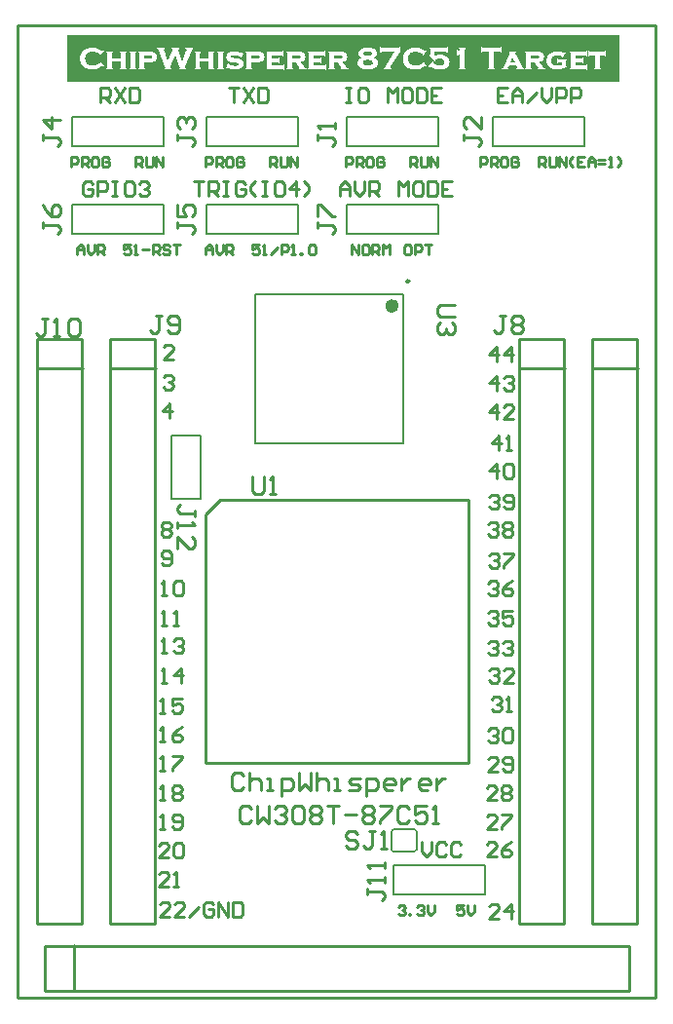
<source format=gto>
G04 Layer_Color=65535*
%FSLAX25Y25*%
%MOIN*%
G70*
G01*
G75*
%ADD15C,0.01000*%
%ADD33C,0.00984*%
%ADD34C,0.02362*%
%ADD35C,0.00787*%
G36*
X481496Y462992D02*
X292520D01*
Y479134D01*
X481496D01*
Y462992D01*
D02*
G37*
%LPC*%
G36*
X316104Y473427D02*
X313851D01*
Y473094D01*
X313928Y473067D01*
X313989Y473044D01*
X314039Y473022D01*
X314073Y473005D01*
X314100Y472989D01*
X314117Y472978D01*
X314128Y472967D01*
X314145Y472944D01*
X314156Y472917D01*
X314173Y472861D01*
X314178Y472833D01*
Y472811D01*
Y472800D01*
Y472795D01*
Y468066D01*
Y468022D01*
X314167Y467988D01*
X314161Y467955D01*
X314150Y467927D01*
X314139Y467911D01*
X314134Y467894D01*
X314123Y467888D01*
Y467883D01*
X314095Y467861D01*
X314061Y467838D01*
X314017Y467822D01*
X313967Y467800D01*
X313923Y467789D01*
X313884Y467777D01*
X313862Y467766D01*
X313851D01*
Y467439D01*
X316104D01*
Y467761D01*
X316026Y467789D01*
X315960Y467811D01*
X315910Y467833D01*
X315876Y467849D01*
X315849Y467866D01*
X315832Y467877D01*
X315826Y467888D01*
X315821D01*
X315804Y467916D01*
X315793Y467944D01*
X315782Y468005D01*
X315776Y468027D01*
Y468049D01*
Y468066D01*
Y468072D01*
Y472795D01*
Y472839D01*
X315782Y472872D01*
X315793Y472906D01*
X315799Y472928D01*
X315810Y472950D01*
X315815Y472961D01*
X315821Y472972D01*
X315849Y472994D01*
X315887Y473017D01*
X315932Y473039D01*
X315982Y473055D01*
X316026Y473072D01*
X316065Y473083D01*
X316093Y473094D01*
X316104D01*
Y473427D01*
D02*
G37*
G36*
X320949D02*
X316975D01*
Y473094D01*
X317053Y473067D01*
X317114Y473044D01*
X317164Y473022D01*
X317197Y473005D01*
X317225Y472989D01*
X317242Y472978D01*
X317253Y472967D01*
X317269Y472944D01*
X317281Y472917D01*
X317297Y472861D01*
X317303Y472833D01*
Y472811D01*
Y472800D01*
Y472795D01*
Y468066D01*
Y468022D01*
X317292Y467988D01*
X317286Y467955D01*
X317275Y467927D01*
X317264Y467911D01*
X317258Y467894D01*
X317247Y467888D01*
Y467883D01*
X317219Y467861D01*
X317186Y467838D01*
X317142Y467822D01*
X317092Y467800D01*
X317047Y467789D01*
X317008Y467777D01*
X316986Y467766D01*
X316975D01*
Y467439D01*
X319229D01*
Y467761D01*
X319151Y467789D01*
X319084Y467811D01*
X319034Y467833D01*
X319001Y467849D01*
X318973Y467866D01*
X318957Y467877D01*
X318951Y467888D01*
X318946D01*
X318929Y467916D01*
X318918Y467944D01*
X318907Y468005D01*
X318901Y468027D01*
Y468049D01*
Y468066D01*
Y468072D01*
Y469809D01*
X320838D01*
X321066Y469814D01*
X321276Y469825D01*
X321476Y469847D01*
X321659Y469881D01*
X321826Y469914D01*
X321981Y469947D01*
X322120Y469992D01*
X322242Y470031D01*
X322353Y470070D01*
X322447Y470114D01*
X322525Y470147D01*
X322592Y470186D01*
X322642Y470214D01*
X322681Y470236D01*
X322703Y470247D01*
X322708Y470253D01*
X322819Y470341D01*
X322914Y470441D01*
X322997Y470541D01*
X323069Y470652D01*
X323130Y470769D01*
X323180Y470880D01*
X323224Y470991D01*
X323258Y471102D01*
X323286Y471207D01*
X323302Y471302D01*
X323319Y471390D01*
X323324Y471468D01*
X323330Y471529D01*
X323336Y471579D01*
Y471607D01*
Y471618D01*
X323324Y471790D01*
X323302Y471951D01*
X323274Y472095D01*
X323236Y472223D01*
X323219Y472278D01*
X323197Y472323D01*
X323180Y472367D01*
X323169Y472406D01*
X323152Y472434D01*
X323147Y472456D01*
X323136Y472467D01*
Y472473D01*
X323053Y472611D01*
X322964Y472728D01*
X322869Y472833D01*
X322780Y472917D01*
X322697Y472983D01*
X322636Y473033D01*
X322608Y473050D01*
X322592Y473061D01*
X322581Y473072D01*
X322575D01*
X322459Y473133D01*
X322331Y473189D01*
X322198Y473239D01*
X322054Y473277D01*
X321909Y473311D01*
X321765Y473339D01*
X321626Y473366D01*
X321487Y473383D01*
X321354Y473399D01*
X321232Y473411D01*
X321121Y473416D01*
X321027Y473422D01*
X320949Y473427D01*
D02*
G37*
G36*
X343021D02*
X340768D01*
Y473094D01*
X340846Y473072D01*
X340907Y473044D01*
X340957Y473022D01*
X340990Y473005D01*
X341018Y472989D01*
X341035Y472978D01*
X341046Y472972D01*
Y472967D01*
X341062Y472944D01*
X341073Y472917D01*
X341090Y472861D01*
X341095Y472833D01*
Y472811D01*
Y472800D01*
Y472795D01*
Y471213D01*
X338087D01*
Y472795D01*
Y472839D01*
X338093Y472872D01*
X338104Y472906D01*
X338110Y472928D01*
X338121Y472950D01*
X338126Y472961D01*
X338132Y472972D01*
X338160Y472994D01*
X338198Y473017D01*
X338243Y473039D01*
X338293Y473055D01*
X338337Y473072D01*
X338376Y473083D01*
X338404Y473094D01*
X338415D01*
Y473427D01*
X336162D01*
Y473094D01*
X336239Y473067D01*
X336300Y473044D01*
X336350Y473022D01*
X336384Y473005D01*
X336411Y472989D01*
X336428Y472978D01*
X336439Y472967D01*
X336456Y472944D01*
X336467Y472917D01*
X336484Y472861D01*
X336489Y472833D01*
Y472811D01*
Y472800D01*
Y472795D01*
Y468066D01*
Y468022D01*
X336478Y467988D01*
X336472Y467955D01*
X336461Y467927D01*
X336450Y467911D01*
X336445Y467894D01*
X336434Y467888D01*
Y467883D01*
X336406Y467861D01*
X336372Y467838D01*
X336328Y467822D01*
X336278Y467800D01*
X336234Y467789D01*
X336195Y467777D01*
X336173Y467766D01*
X336162D01*
Y467439D01*
X338415D01*
Y467761D01*
X338337Y467789D01*
X338271Y467811D01*
X338221Y467833D01*
X338187Y467849D01*
X338160Y467866D01*
X338143Y467877D01*
X338137Y467888D01*
X338132D01*
X338115Y467916D01*
X338104Y467944D01*
X338093Y468005D01*
X338087Y468027D01*
Y468049D01*
Y468066D01*
Y468072D01*
Y469953D01*
X341095D01*
Y468066D01*
Y468022D01*
X341084Y467988D01*
X341079Y467955D01*
X341068Y467927D01*
X341057Y467911D01*
X341051Y467894D01*
X341040Y467888D01*
Y467883D01*
X341012Y467861D01*
X340979Y467838D01*
X340935Y467822D01*
X340885Y467800D01*
X340840Y467789D01*
X340801Y467777D01*
X340779Y467766D01*
X340768D01*
Y467439D01*
X343021D01*
Y467761D01*
X342944Y467789D01*
X342877Y467811D01*
X342827Y467833D01*
X342794Y467849D01*
X342766Y467866D01*
X342749Y467877D01*
X342744Y467888D01*
X342738D01*
X342722Y467916D01*
X342711Y467944D01*
X342700Y468005D01*
X342694Y468027D01*
Y468049D01*
Y468066D01*
Y468072D01*
Y472795D01*
Y472839D01*
X342700Y472872D01*
X342711Y472906D01*
X342716Y472928D01*
X342727Y472950D01*
X342733Y472961D01*
X342738Y472972D01*
X342766Y472994D01*
X342805Y473017D01*
X342849Y473039D01*
X342899Y473055D01*
X342944Y473072D01*
X342983Y473083D01*
X343010Y473094D01*
X343021D01*
Y473427D01*
D02*
G37*
G36*
X312890D02*
X310637D01*
Y473094D01*
X310715Y473072D01*
X310776Y473044D01*
X310826Y473022D01*
X310859Y473005D01*
X310887Y472989D01*
X310904Y472978D01*
X310915Y472972D01*
Y472967D01*
X310931Y472944D01*
X310942Y472917D01*
X310959Y472861D01*
X310965Y472833D01*
Y472811D01*
Y472800D01*
Y472795D01*
Y471213D01*
X307957D01*
Y472795D01*
Y472839D01*
X307962Y472872D01*
X307973Y472906D01*
X307979Y472928D01*
X307990Y472950D01*
X307995Y472961D01*
X308001Y472972D01*
X308029Y472994D01*
X308067Y473017D01*
X308112Y473039D01*
X308162Y473055D01*
X308206Y473072D01*
X308245Y473083D01*
X308273Y473094D01*
X308284D01*
Y473427D01*
X306031D01*
Y473094D01*
X306108Y473067D01*
X306169Y473044D01*
X306219Y473022D01*
X306253Y473005D01*
X306280Y472989D01*
X306297Y472978D01*
X306308Y472967D01*
X306325Y472944D01*
X306336Y472917D01*
X306352Y472861D01*
X306358Y472833D01*
Y472811D01*
Y472800D01*
Y472795D01*
Y468066D01*
Y468022D01*
X306347Y467988D01*
X306341Y467955D01*
X306330Y467927D01*
X306319Y467911D01*
X306314Y467894D01*
X306303Y467888D01*
Y467883D01*
X306275Y467861D01*
X306241Y467838D01*
X306197Y467822D01*
X306147Y467800D01*
X306103Y467789D01*
X306064Y467777D01*
X306042Y467766D01*
X306031D01*
Y467439D01*
X308284D01*
Y467761D01*
X308206Y467789D01*
X308140Y467811D01*
X308090Y467833D01*
X308056Y467849D01*
X308029Y467866D01*
X308012Y467877D01*
X308006Y467888D01*
X308001D01*
X307984Y467916D01*
X307973Y467944D01*
X307962Y468005D01*
X307957Y468027D01*
Y468049D01*
Y468066D01*
Y468072D01*
Y469953D01*
X310965D01*
Y468066D01*
Y468022D01*
X310953Y467988D01*
X310948Y467955D01*
X310937Y467927D01*
X310926Y467911D01*
X310920Y467894D01*
X310909Y467888D01*
Y467883D01*
X310881Y467861D01*
X310848Y467838D01*
X310804Y467822D01*
X310754Y467800D01*
X310709Y467789D01*
X310670Y467777D01*
X310648Y467766D01*
X310637D01*
Y467439D01*
X312890D01*
Y467761D01*
X312813Y467789D01*
X312746Y467811D01*
X312696Y467833D01*
X312663Y467849D01*
X312635Y467866D01*
X312618Y467877D01*
X312613Y467888D01*
X312607D01*
X312591Y467916D01*
X312580Y467944D01*
X312568Y468005D01*
X312563Y468027D01*
Y468049D01*
Y468066D01*
Y468072D01*
Y472795D01*
Y472839D01*
X312568Y472872D01*
X312580Y472906D01*
X312585Y472928D01*
X312596Y472950D01*
X312602Y472961D01*
X312607Y472972D01*
X312635Y472994D01*
X312674Y473017D01*
X312718Y473039D01*
X312768Y473055D01*
X312813Y473072D01*
X312852Y473083D01*
X312879Y473094D01*
X312890D01*
Y473427D01*
D02*
G37*
G36*
X395580Y474809D02*
X395463D01*
X395147Y474804D01*
X394853Y474782D01*
X394575Y474743D01*
X394326Y474698D01*
X394092Y474643D01*
X393882Y474587D01*
X393693Y474521D01*
X393526Y474454D01*
X393376Y474387D01*
X393249Y474326D01*
X393143Y474265D01*
X393055Y474210D01*
X392988Y474165D01*
X392938Y474132D01*
X392910Y474104D01*
X392899Y474099D01*
X392794Y473999D01*
X392699Y473893D01*
X392616Y473782D01*
X392544Y473671D01*
X392489Y473566D01*
X392439Y473455D01*
X392400Y473355D01*
X392366Y473255D01*
X392339Y473161D01*
X392322Y473078D01*
X392305Y473005D01*
X392300Y472939D01*
X392294Y472883D01*
X392289Y472845D01*
Y472822D01*
Y472811D01*
X392294Y472711D01*
X392305Y472617D01*
X392322Y472528D01*
X392344Y472439D01*
X392372Y472356D01*
X392405Y472273D01*
X392489Y472123D01*
X392583Y471990D01*
X392688Y471868D01*
X392805Y471757D01*
X392921Y471662D01*
X393038Y471579D01*
X393155Y471513D01*
X393260Y471452D01*
X393354Y471407D01*
X393438Y471368D01*
X393471Y471357D01*
X393499Y471346D01*
X393521Y471335D01*
X393537Y471329D01*
X393549Y471324D01*
X393554D01*
X393410Y471290D01*
X393277Y471246D01*
X393155Y471202D01*
X393038Y471152D01*
X392927Y471102D01*
X392827Y471041D01*
X392733Y470980D01*
X392644Y470919D01*
X392566Y470852D01*
X392494Y470786D01*
X392427Y470713D01*
X392366Y470641D01*
X392311Y470569D01*
X392261Y470497D01*
X392178Y470358D01*
X392117Y470219D01*
X392067Y470086D01*
X392033Y469970D01*
X392006Y469864D01*
X391995Y469775D01*
X391989Y469736D01*
Y469703D01*
X391984Y469681D01*
Y469664D01*
Y469653D01*
Y469648D01*
X391989Y469531D01*
X392000Y469420D01*
X392017Y469309D01*
X392044Y469204D01*
X392072Y469104D01*
X392100Y469004D01*
X392133Y468915D01*
X392172Y468832D01*
X392206Y468754D01*
X392239Y468688D01*
X392267Y468626D01*
X392300Y468577D01*
X392322Y468538D01*
X392339Y468504D01*
X392350Y468488D01*
X392355Y468482D01*
X392427Y468388D01*
X392500Y468294D01*
X392577Y468210D01*
X392661Y468138D01*
X392738Y468066D01*
X392816Y467999D01*
X392888Y467944D01*
X392960Y467894D01*
X393027Y467844D01*
X393093Y467805D01*
X393149Y467772D01*
X393193Y467750D01*
X393232Y467727D01*
X393266Y467711D01*
X393282Y467705D01*
X393288Y467700D01*
X393454Y467633D01*
X393626Y467572D01*
X393809Y467522D01*
X393993Y467478D01*
X394176Y467439D01*
X394353Y467411D01*
X394531Y467383D01*
X394703Y467367D01*
X394858Y467350D01*
X395008Y467339D01*
X395136Y467328D01*
X395247Y467322D01*
X395297D01*
X395341Y467317D01*
X395647D01*
X395818Y467328D01*
X395985Y467339D01*
X396146Y467350D01*
X396301Y467367D01*
X396446Y467389D01*
X396590Y467417D01*
X396723Y467439D01*
X396851Y467472D01*
X396978Y467500D01*
X397095Y467533D01*
X397206Y467566D01*
X397311Y467605D01*
X397411Y467639D01*
X397500Y467677D01*
X397589Y467716D01*
X397672Y467750D01*
X397750Y467789D01*
X397822Y467822D01*
X397883Y467861D01*
X398000Y467927D01*
X398094Y467988D01*
X398166Y468038D01*
X398216Y468077D01*
X398244Y468099D01*
X398255Y468110D01*
X398377Y468238D01*
X398488Y468366D01*
X398582Y468499D01*
X398660Y468626D01*
X398732Y468760D01*
X398788Y468887D01*
X398832Y469009D01*
X398871Y469126D01*
X398899Y469237D01*
X398921Y469337D01*
X398938Y469426D01*
X398949Y469503D01*
X398954Y469564D01*
X398960Y469614D01*
Y469642D01*
Y469653D01*
X398954Y469775D01*
X398943Y469892D01*
X398921Y470003D01*
X398893Y470108D01*
X398854Y470208D01*
X398815Y470303D01*
X398766Y470391D01*
X398716Y470475D01*
X398593Y470630D01*
X398460Y470763D01*
X398322Y470885D01*
X398172Y470985D01*
X398027Y471074D01*
X397883Y471146D01*
X397750Y471202D01*
X397628Y471252D01*
X397578Y471268D01*
X397528Y471285D01*
X397489Y471296D01*
X397450Y471307D01*
X397423Y471313D01*
X397400Y471318D01*
X397389Y471324D01*
X397384D01*
X397500Y471363D01*
X397606Y471407D01*
X397711Y471457D01*
X397805Y471507D01*
X397889Y471557D01*
X397972Y471612D01*
X398050Y471673D01*
X398116Y471729D01*
X398183Y471790D01*
X398244Y471851D01*
X398344Y471973D01*
X398427Y472101D01*
X398494Y472223D01*
X398549Y472339D01*
X398588Y472450D01*
X398616Y472550D01*
X398632Y472639D01*
X398649Y472711D01*
X398655Y472767D01*
Y472784D01*
Y472800D01*
Y472806D01*
Y472811D01*
X398649Y472911D01*
X398638Y473011D01*
X398621Y473105D01*
X398605Y473200D01*
X398577Y473283D01*
X398549Y473366D01*
X398521Y473444D01*
X398488Y473511D01*
X398455Y473572D01*
X398427Y473627D01*
X398399Y473677D01*
X398372Y473716D01*
X398355Y473749D01*
X398338Y473777D01*
X398327Y473788D01*
X398322Y473794D01*
X398194Y473943D01*
X398061Y474071D01*
X397927Y474182D01*
X397800Y474276D01*
X397739Y474310D01*
X397683Y474343D01*
X397633Y474371D01*
X397594Y474399D01*
X397561Y474415D01*
X397533Y474426D01*
X397517Y474437D01*
X397511D01*
X397350Y474504D01*
X397184Y474559D01*
X397017Y474609D01*
X396845Y474654D01*
X396668Y474687D01*
X396501Y474720D01*
X396335Y474743D01*
X396179Y474765D01*
X396029Y474776D01*
X395891Y474787D01*
X395774Y474798D01*
X395669Y474804D01*
X395580Y474809D01*
D02*
G37*
G36*
X346235Y473427D02*
X343982D01*
Y473094D01*
X344059Y473067D01*
X344120Y473044D01*
X344170Y473022D01*
X344203Y473005D01*
X344231Y472989D01*
X344248Y472978D01*
X344259Y472967D01*
X344276Y472944D01*
X344287Y472917D01*
X344303Y472861D01*
X344309Y472833D01*
Y472811D01*
Y472800D01*
Y472795D01*
Y468066D01*
Y468022D01*
X344298Y467988D01*
X344292Y467955D01*
X344281Y467927D01*
X344270Y467911D01*
X344265Y467894D01*
X344253Y467888D01*
Y467883D01*
X344226Y467861D01*
X344192Y467838D01*
X344148Y467822D01*
X344098Y467800D01*
X344054Y467789D01*
X344015Y467777D01*
X343993Y467766D01*
X343982D01*
Y467439D01*
X346235D01*
Y467761D01*
X346157Y467789D01*
X346091Y467811D01*
X346041Y467833D01*
X346007Y467849D01*
X345979Y467866D01*
X345963Y467877D01*
X345957Y467888D01*
X345952D01*
X345935Y467916D01*
X345924Y467944D01*
X345913Y468005D01*
X345907Y468027D01*
Y468049D01*
Y468066D01*
Y468072D01*
Y472795D01*
Y472839D01*
X345913Y472872D01*
X345924Y472906D01*
X345930Y472928D01*
X345941Y472950D01*
X345946Y472961D01*
X345952Y472972D01*
X345979Y472994D01*
X346018Y473017D01*
X346063Y473039D01*
X346113Y473055D01*
X346157Y473072D01*
X346196Y473083D01*
X346224Y473094D01*
X346235D01*
Y473427D01*
D02*
G37*
G36*
X386073D02*
X382005D01*
Y473094D01*
X382082Y473067D01*
X382143Y473044D01*
X382193Y473022D01*
X382227Y473005D01*
X382254Y472989D01*
X382271Y472978D01*
X382282Y472967D01*
X382299Y472944D01*
X382310Y472917D01*
X382327Y472861D01*
X382332Y472833D01*
Y472811D01*
Y472800D01*
Y472795D01*
Y468066D01*
Y468022D01*
X382321Y467988D01*
X382315Y467955D01*
X382304Y467927D01*
X382293Y467911D01*
X382288Y467894D01*
X382277Y467888D01*
Y467883D01*
X382249Y467861D01*
X382215Y467838D01*
X382171Y467822D01*
X382121Y467800D01*
X382077Y467789D01*
X382038Y467777D01*
X382016Y467766D01*
X382005D01*
Y467439D01*
X384258D01*
Y467761D01*
X384180Y467789D01*
X384114Y467811D01*
X384064Y467833D01*
X384030Y467849D01*
X384003Y467866D01*
X383986Y467877D01*
X383980Y467888D01*
X383975D01*
X383958Y467916D01*
X383947Y467944D01*
X383936Y468005D01*
X383930Y468027D01*
Y468049D01*
Y468066D01*
Y468072D01*
Y469809D01*
X385146D01*
X386322Y468155D01*
X386350Y468099D01*
X386372Y468049D01*
X386389Y468011D01*
X386400Y467977D01*
X386406Y467949D01*
X386411Y467933D01*
Y467922D01*
Y467916D01*
X386406Y467900D01*
X386400Y467888D01*
X386372Y467861D01*
X386328Y467833D01*
X386278Y467811D01*
X386228Y467794D01*
X386189Y467777D01*
X386156Y467772D01*
X386150Y467766D01*
X386145D01*
Y467439D01*
X388787D01*
Y467772D01*
X388687Y467794D01*
X388592Y467822D01*
X388520Y467849D01*
X388454Y467883D01*
X388404Y467911D01*
X388365Y467933D01*
X388343Y467949D01*
X388337Y467955D01*
X388270Y468011D01*
X388204Y468077D01*
X388132Y468138D01*
X388060Y468199D01*
X387999Y468255D01*
X387949Y468305D01*
X387915Y468332D01*
X387910Y468343D01*
X387904D01*
X386811Y469903D01*
X386955Y469936D01*
X387094Y469970D01*
X387222Y470014D01*
X387338Y470058D01*
X387444Y470103D01*
X387544Y470147D01*
X387638Y470197D01*
X387716Y470247D01*
X387788Y470292D01*
X387849Y470336D01*
X387899Y470375D01*
X387943Y470408D01*
X387976Y470436D01*
X388004Y470458D01*
X388015Y470469D01*
X388021Y470475D01*
X388093Y470558D01*
X388159Y470647D01*
X388215Y470741D01*
X388259Y470835D01*
X388304Y470930D01*
X388337Y471030D01*
X388365Y471124D01*
X388387Y471218D01*
X388404Y471302D01*
X388415Y471385D01*
X388426Y471457D01*
X388432Y471518D01*
X388437Y471568D01*
Y471607D01*
Y471635D01*
Y471640D01*
X388432Y471818D01*
X388409Y471979D01*
X388382Y472129D01*
X388337Y472262D01*
X388293Y472384D01*
X388237Y472495D01*
X388182Y472589D01*
X388126Y472678D01*
X388065Y472750D01*
X388010Y472811D01*
X387954Y472867D01*
X387910Y472906D01*
X387865Y472939D01*
X387838Y472961D01*
X387815Y472972D01*
X387810Y472978D01*
X387671Y473078D01*
X387532Y473155D01*
X387399Y473222D01*
X387283Y473272D01*
X387227Y473288D01*
X387183Y473305D01*
X387138Y473316D01*
X387100Y473327D01*
X387072Y473333D01*
X387050Y473339D01*
X387038Y473344D01*
X387033D01*
X386955Y473361D01*
X386866Y473372D01*
X386683Y473394D01*
X386494Y473405D01*
X386311Y473416D01*
X386223Y473422D01*
X386145D01*
X386073Y473427D01*
D02*
G37*
G36*
X453433D02*
X449365D01*
Y473094D01*
X449443Y473067D01*
X449504Y473044D01*
X449554Y473022D01*
X449587Y473005D01*
X449615Y472989D01*
X449631Y472978D01*
X449642Y472967D01*
X449659Y472944D01*
X449670Y472917D01*
X449687Y472861D01*
X449692Y472833D01*
Y472811D01*
Y472800D01*
Y472795D01*
Y468066D01*
Y468022D01*
X449681Y467988D01*
X449676Y467955D01*
X449665Y467927D01*
X449653Y467911D01*
X449648Y467894D01*
X449637Y467888D01*
Y467883D01*
X449609Y467861D01*
X449576Y467838D01*
X449531Y467822D01*
X449481Y467800D01*
X449437Y467789D01*
X449398Y467777D01*
X449376Y467766D01*
X449365D01*
Y467439D01*
X451618D01*
Y467761D01*
X451541Y467789D01*
X451474Y467811D01*
X451424Y467833D01*
X451391Y467849D01*
X451363Y467866D01*
X451346Y467877D01*
X451341Y467888D01*
X451335D01*
X451319Y467916D01*
X451307Y467944D01*
X451296Y468005D01*
X451291Y468027D01*
Y468049D01*
Y468066D01*
Y468072D01*
Y469809D01*
X452506D01*
X453683Y468155D01*
X453711Y468099D01*
X453733Y468049D01*
X453749Y468011D01*
X453760Y467977D01*
X453766Y467949D01*
X453772Y467933D01*
Y467922D01*
Y467916D01*
X453766Y467900D01*
X453760Y467888D01*
X453733Y467861D01*
X453688Y467833D01*
X453638Y467811D01*
X453588Y467794D01*
X453550Y467777D01*
X453516Y467772D01*
X453511Y467766D01*
X453505D01*
Y467439D01*
X456147D01*
Y467772D01*
X456047Y467794D01*
X455953Y467822D01*
X455881Y467849D01*
X455814Y467883D01*
X455764Y467911D01*
X455725Y467933D01*
X455703Y467949D01*
X455697Y467955D01*
X455631Y468011D01*
X455564Y468077D01*
X455492Y468138D01*
X455420Y468199D01*
X455359Y468255D01*
X455309Y468305D01*
X455276Y468332D01*
X455270Y468343D01*
X455265D01*
X454171Y469903D01*
X454316Y469936D01*
X454454Y469970D01*
X454582Y470014D01*
X454699Y470058D01*
X454804Y470103D01*
X454904Y470147D01*
X454998Y470197D01*
X455076Y470247D01*
X455148Y470292D01*
X455209Y470336D01*
X455259Y470375D01*
X455303Y470408D01*
X455337Y470436D01*
X455365Y470458D01*
X455376Y470469D01*
X455381Y470475D01*
X455453Y470558D01*
X455520Y470647D01*
X455575Y470741D01*
X455620Y470835D01*
X455664Y470930D01*
X455697Y471030D01*
X455725Y471124D01*
X455747Y471218D01*
X455764Y471302D01*
X455775Y471385D01*
X455786Y471457D01*
X455792Y471518D01*
X455797Y471568D01*
Y471607D01*
Y471635D01*
Y471640D01*
X455792Y471818D01*
X455770Y471979D01*
X455742Y472129D01*
X455697Y472262D01*
X455653Y472384D01*
X455598Y472495D01*
X455542Y472589D01*
X455487Y472678D01*
X455426Y472750D01*
X455370Y472811D01*
X455314Y472867D01*
X455270Y472906D01*
X455226Y472939D01*
X455198Y472961D01*
X455176Y472972D01*
X455170Y472978D01*
X455031Y473078D01*
X454893Y473155D01*
X454760Y473222D01*
X454643Y473272D01*
X454588Y473288D01*
X454543Y473305D01*
X454499Y473316D01*
X454460Y473327D01*
X454432Y473333D01*
X454410Y473339D01*
X454399Y473344D01*
X454393D01*
X454316Y473361D01*
X454227Y473372D01*
X454044Y473394D01*
X453855Y473405D01*
X453672Y473416D01*
X453583Y473422D01*
X453505D01*
X453433Y473427D01*
D02*
G37*
G36*
X446312D02*
X443854D01*
Y473100D01*
X443904Y473078D01*
X443948Y473055D01*
X443987Y473033D01*
X444020Y473011D01*
X444070Y472967D01*
X444109Y472928D01*
X444126Y472894D01*
X444137Y472867D01*
X444142Y472850D01*
Y472845D01*
X444137Y472784D01*
X444126Y472722D01*
X444109Y472656D01*
X444087Y472600D01*
X444065Y472545D01*
X444048Y472506D01*
X444037Y472478D01*
X444031Y472467D01*
X441922Y468194D01*
X441878Y468110D01*
X441845Y468044D01*
X441811Y467988D01*
X441784Y467949D01*
X441761Y467916D01*
X441745Y467900D01*
X441734Y467888D01*
X441728Y467883D01*
X441689Y467861D01*
X441645Y467838D01*
X441589Y467822D01*
X441534Y467805D01*
X441484Y467794D01*
X441439Y467783D01*
X441412Y467777D01*
X441401D01*
Y467439D01*
X443743D01*
Y467772D01*
X443682Y467783D01*
X443632Y467800D01*
X443587Y467816D01*
X443548Y467838D01*
X443521Y467855D01*
X443493Y467872D01*
X443454Y467911D01*
X443426Y467944D01*
X443415Y467972D01*
X443410Y467994D01*
Y467999D01*
X443415Y468044D01*
X443426Y468094D01*
X443460Y468199D01*
X443476Y468244D01*
X443493Y468277D01*
X443504Y468299D01*
X443510Y468310D01*
X443776Y468882D01*
X446301D01*
X446590Y468343D01*
X446629Y468266D01*
X446657Y468199D01*
X446679Y468138D01*
X446690Y468088D01*
X446701Y468049D01*
X446706Y468022D01*
Y468005D01*
Y467999D01*
X446701Y467972D01*
X446690Y467944D01*
X446673Y467916D01*
X446657Y467894D01*
X446601Y467855D01*
X446540Y467827D01*
X446479Y467805D01*
X446423Y467789D01*
X446407Y467783D01*
X446390D01*
X446379Y467777D01*
X446374D01*
Y467439D01*
X448943D01*
Y467772D01*
X448854Y467794D01*
X448777Y467816D01*
X448716Y467838D01*
X448666Y467855D01*
X448632Y467877D01*
X448605Y467894D01*
X448594Y467900D01*
X448588Y467905D01*
X448571Y467922D01*
X448549Y467949D01*
X448499Y468011D01*
X448449Y468088D01*
X448394Y468171D01*
X448344Y468244D01*
X448299Y468310D01*
X448283Y468338D01*
X448272Y468355D01*
X448266Y468366D01*
X448260Y468371D01*
X446146Y472456D01*
X446107Y472534D01*
X446079Y472606D01*
X446057Y472667D01*
X446046Y472722D01*
X446035Y472761D01*
X446029Y472795D01*
Y472817D01*
Y472822D01*
X446035Y472856D01*
X446040Y472883D01*
X446074Y472939D01*
X446118Y472983D01*
X446174Y473028D01*
X446224Y473061D01*
X446268Y473083D01*
X446301Y473100D01*
X446307Y473105D01*
X446312D01*
Y473427D01*
D02*
G37*
G36*
X357718D02*
X353744D01*
Y473094D01*
X353822Y473067D01*
X353883Y473044D01*
X353933Y473022D01*
X353966Y473005D01*
X353994Y472989D01*
X354010Y472978D01*
X354022Y472967D01*
X354038Y472944D01*
X354049Y472917D01*
X354066Y472861D01*
X354071Y472833D01*
Y472811D01*
Y472800D01*
Y472795D01*
Y468066D01*
Y468022D01*
X354060Y467988D01*
X354055Y467955D01*
X354044Y467927D01*
X354033Y467911D01*
X354027Y467894D01*
X354016Y467888D01*
Y467883D01*
X353988Y467861D01*
X353955Y467838D01*
X353910Y467822D01*
X353860Y467800D01*
X353816Y467789D01*
X353777Y467777D01*
X353755Y467766D01*
X353744D01*
Y467439D01*
X355997D01*
Y467761D01*
X355920Y467789D01*
X355853Y467811D01*
X355803Y467833D01*
X355770Y467849D01*
X355742Y467866D01*
X355725Y467877D01*
X355720Y467888D01*
X355714D01*
X355698Y467916D01*
X355686Y467944D01*
X355675Y468005D01*
X355670Y468027D01*
Y468049D01*
Y468066D01*
Y468072D01*
Y469809D01*
X357607D01*
X357834Y469814D01*
X358045Y469825D01*
X358245Y469847D01*
X358428Y469881D01*
X358595Y469914D01*
X358750Y469947D01*
X358889Y469992D01*
X359011Y470031D01*
X359122Y470070D01*
X359216Y470114D01*
X359294Y470147D01*
X359361Y470186D01*
X359411Y470214D01*
X359449Y470236D01*
X359472Y470247D01*
X359477Y470253D01*
X359588Y470341D01*
X359682Y470441D01*
X359766Y470541D01*
X359838Y470652D01*
X359899Y470769D01*
X359949Y470880D01*
X359993Y470991D01*
X360027Y471102D01*
X360054Y471207D01*
X360071Y471302D01*
X360088Y471390D01*
X360093Y471468D01*
X360099Y471529D01*
X360104Y471579D01*
Y471607D01*
Y471618D01*
X360093Y471790D01*
X360071Y471951D01*
X360043Y472095D01*
X360004Y472223D01*
X359988Y472278D01*
X359965Y472323D01*
X359949Y472367D01*
X359938Y472406D01*
X359921Y472434D01*
X359916Y472456D01*
X359905Y472467D01*
Y472473D01*
X359821Y472611D01*
X359732Y472728D01*
X359638Y472833D01*
X359549Y472917D01*
X359466Y472983D01*
X359405Y473033D01*
X359377Y473050D01*
X359361Y473061D01*
X359349Y473072D01*
X359344D01*
X359227Y473133D01*
X359100Y473189D01*
X358966Y473239D01*
X358822Y473277D01*
X358678Y473311D01*
X358534Y473339D01*
X358395Y473366D01*
X358256Y473383D01*
X358123Y473399D01*
X358001Y473411D01*
X357890Y473416D01*
X357796Y473422D01*
X357718Y473427D01*
D02*
G37*
G36*
X335729Y474687D02*
X333092D01*
Y474326D01*
X333159Y474310D01*
X333214Y474299D01*
X333264Y474282D01*
X333309Y474265D01*
X333342Y474243D01*
X333376Y474227D01*
X333420Y474193D01*
X333442Y474165D01*
X333459Y474138D01*
X333464Y474121D01*
Y474116D01*
X333459Y474065D01*
X333453Y474016D01*
X333420Y473905D01*
X333403Y473855D01*
X333392Y473816D01*
X333381Y473788D01*
X333376Y473777D01*
X332071Y470153D01*
X330623Y473871D01*
X330634Y473921D01*
X330645Y473960D01*
X330650Y473999D01*
X330656Y474027D01*
X330662Y474049D01*
Y474065D01*
Y474071D01*
Y474077D01*
X330667Y474104D01*
X330678Y474132D01*
X330695Y474160D01*
X330717Y474182D01*
X330772Y474227D01*
X330839Y474265D01*
X330900Y474293D01*
X330956Y474315D01*
X330978Y474321D01*
X330995Y474326D01*
X331006Y474332D01*
X331011D01*
Y474687D01*
X328236D01*
Y474326D01*
X328297Y474315D01*
X328347Y474299D01*
X328397Y474282D01*
X328436Y474265D01*
X328469Y474249D01*
X328497Y474227D01*
X328536Y474193D01*
X328564Y474160D01*
X328575Y474132D01*
X328580Y474116D01*
Y474110D01*
X328575Y474082D01*
X328569Y474043D01*
X328553Y473999D01*
X328536Y473949D01*
X328519Y473905D01*
X328508Y473866D01*
X328497Y473838D01*
X328491Y473827D01*
X327087Y470153D01*
X325794Y473805D01*
X325766Y473877D01*
X325750Y473938D01*
X325733Y473988D01*
X325728Y474032D01*
X325722Y474065D01*
X325716Y474093D01*
Y474104D01*
Y474110D01*
X325722Y474138D01*
X325733Y474160D01*
X325744Y474182D01*
X325766Y474204D01*
X325822Y474243D01*
X325883Y474271D01*
X325939Y474299D01*
X325994Y474315D01*
X326016Y474321D01*
X326027D01*
X326038Y474326D01*
X326044D01*
Y474687D01*
X323386D01*
Y474326D01*
X323480Y474304D01*
X323563Y474276D01*
X323630Y474249D01*
X323680Y474221D01*
X323719Y474193D01*
X323741Y474171D01*
X323757Y474160D01*
X323763Y474154D01*
X323785Y474132D01*
X323802Y474099D01*
X323846Y474027D01*
X323890Y473949D01*
X323929Y473866D01*
X323963Y473788D01*
X323990Y473727D01*
X324002Y473699D01*
X324007Y473683D01*
X324013Y473671D01*
Y473666D01*
X326049Y468421D01*
X326072Y468366D01*
X326088Y468316D01*
X326116Y468238D01*
X326138Y468171D01*
X326149Y468127D01*
X326161Y468094D01*
X326166Y468072D01*
Y468066D01*
Y468060D01*
X326161Y468027D01*
X326149Y467994D01*
X326133Y467961D01*
X326111Y467933D01*
X326055Y467888D01*
X325994Y467855D01*
X325933Y467827D01*
X325877Y467805D01*
X325855Y467800D01*
X325839D01*
X325828Y467794D01*
X325822D01*
Y467439D01*
X328297D01*
Y467789D01*
X328231Y467805D01*
X328175Y467827D01*
X328125Y467849D01*
X328081Y467866D01*
X328042Y467888D01*
X328014Y467911D01*
X327970Y467949D01*
X327942Y467988D01*
X327925Y468016D01*
X327920Y468038D01*
Y468044D01*
X327925Y468077D01*
X327942Y468121D01*
X327959Y468177D01*
X327986Y468238D01*
X328009Y468294D01*
X328025Y468343D01*
X328042Y468377D01*
X328047Y468382D01*
Y468388D01*
X329563Y472395D01*
X331011Y468482D01*
X331039Y468421D01*
X331061Y468360D01*
X331083Y468310D01*
X331100Y468266D01*
X331128Y468194D01*
X331150Y468138D01*
X331161Y468099D01*
X331167Y468072D01*
Y468060D01*
Y468055D01*
X331161Y468022D01*
X331150Y467988D01*
X331133Y467955D01*
X331111Y467933D01*
X331050Y467888D01*
X330989Y467855D01*
X330922Y467827D01*
X330861Y467811D01*
X330839Y467805D01*
X330822D01*
X330811Y467800D01*
X330806D01*
Y467439D01*
X333314D01*
Y467794D01*
X333248Y467805D01*
X333192Y467822D01*
X333142Y467838D01*
X333103Y467861D01*
X333065Y467877D01*
X333037Y467894D01*
X332993Y467933D01*
X332970Y467966D01*
X332954Y467994D01*
X332948Y468016D01*
Y468022D01*
Y468044D01*
X332954Y468072D01*
X332970Y468138D01*
X332993Y468210D01*
X333020Y468288D01*
X333043Y468360D01*
X333065Y468421D01*
X333076Y468443D01*
X333081Y468460D01*
X333087Y468471D01*
Y468477D01*
X335102Y473666D01*
X335129Y473738D01*
X335157Y473799D01*
X335179Y473860D01*
X335201Y473910D01*
X335224Y473954D01*
X335246Y473993D01*
X335279Y474060D01*
X335301Y474104D01*
X335318Y474132D01*
X335329Y474149D01*
X335335Y474154D01*
X335373Y474188D01*
X335429Y474221D01*
X335496Y474254D01*
X335562Y474276D01*
X335629Y474299D01*
X335679Y474315D01*
X335701Y474326D01*
X335718D01*
X335723Y474332D01*
X335729D01*
Y474687D01*
D02*
G37*
G36*
X371754Y473427D02*
X367686D01*
Y473094D01*
X367763Y473067D01*
X367824Y473044D01*
X367874Y473022D01*
X367908Y473005D01*
X367935Y472989D01*
X367952Y472978D01*
X367963Y472967D01*
X367980Y472944D01*
X367991Y472917D01*
X368007Y472861D01*
X368013Y472833D01*
Y472811D01*
Y472800D01*
Y472795D01*
Y468066D01*
Y468022D01*
X368002Y467988D01*
X367996Y467955D01*
X367985Y467927D01*
X367974Y467911D01*
X367969Y467894D01*
X367957Y467888D01*
Y467883D01*
X367930Y467861D01*
X367897Y467838D01*
X367852Y467822D01*
X367802Y467800D01*
X367758Y467789D01*
X367719Y467777D01*
X367697Y467766D01*
X367686D01*
Y467439D01*
X369939D01*
Y467761D01*
X369861Y467789D01*
X369795Y467811D01*
X369745Y467833D01*
X369711Y467849D01*
X369684Y467866D01*
X369667Y467877D01*
X369661Y467888D01*
X369656D01*
X369639Y467916D01*
X369628Y467944D01*
X369617Y468005D01*
X369611Y468027D01*
Y468049D01*
Y468066D01*
Y468072D01*
Y469809D01*
X370827D01*
X372004Y468155D01*
X372031Y468099D01*
X372053Y468049D01*
X372070Y468011D01*
X372081Y467977D01*
X372087Y467949D01*
X372092Y467933D01*
Y467922D01*
Y467916D01*
X372087Y467900D01*
X372081Y467888D01*
X372053Y467861D01*
X372009Y467833D01*
X371959Y467811D01*
X371909Y467794D01*
X371870Y467777D01*
X371837Y467772D01*
X371831Y467766D01*
X371826D01*
Y467439D01*
X374468D01*
Y467772D01*
X374368Y467794D01*
X374273Y467822D01*
X374201Y467849D01*
X374135Y467883D01*
X374085Y467911D01*
X374046Y467933D01*
X374024Y467949D01*
X374018Y467955D01*
X373952Y468011D01*
X373885Y468077D01*
X373813Y468138D01*
X373741Y468199D01*
X373680Y468255D01*
X373630Y468305D01*
X373596Y468332D01*
X373591Y468343D01*
X373585D01*
X372492Y469903D01*
X372636Y469936D01*
X372775Y469970D01*
X372903Y470014D01*
X373019Y470058D01*
X373125Y470103D01*
X373224Y470147D01*
X373319Y470197D01*
X373396Y470247D01*
X373469Y470292D01*
X373530Y470336D01*
X373580Y470375D01*
X373624Y470408D01*
X373657Y470436D01*
X373685Y470458D01*
X373696Y470469D01*
X373702Y470475D01*
X373774Y470558D01*
X373840Y470647D01*
X373896Y470741D01*
X373940Y470835D01*
X373985Y470930D01*
X374018Y471030D01*
X374046Y471124D01*
X374068Y471218D01*
X374085Y471302D01*
X374096Y471385D01*
X374107Y471457D01*
X374113Y471518D01*
X374118Y471568D01*
Y471607D01*
Y471635D01*
Y471640D01*
X374113Y471818D01*
X374090Y471979D01*
X374062Y472129D01*
X374018Y472262D01*
X373974Y472384D01*
X373918Y472495D01*
X373863Y472589D01*
X373807Y472678D01*
X373746Y472750D01*
X373691Y472811D01*
X373635Y472867D01*
X373591Y472906D01*
X373546Y472939D01*
X373519Y472961D01*
X373496Y472972D01*
X373491Y472978D01*
X373352Y473078D01*
X373213Y473155D01*
X373080Y473222D01*
X372964Y473272D01*
X372908Y473288D01*
X372864Y473305D01*
X372819Y473316D01*
X372780Y473327D01*
X372753Y473333D01*
X372730Y473339D01*
X372719Y473344D01*
X372714D01*
X372636Y473361D01*
X372547Y473372D01*
X372364Y473394D01*
X372176Y473405D01*
X371992Y473416D01*
X371904Y473422D01*
X371826D01*
X371754Y473427D01*
D02*
G37*
G36*
X477065Y473755D02*
X476732D01*
X476710Y473677D01*
X476688Y473610D01*
X476665Y473560D01*
X476649Y473527D01*
X476632Y473499D01*
X476621Y473483D01*
X476610Y473477D01*
Y473472D01*
X476588Y473455D01*
X476560Y473444D01*
X476499Y473433D01*
X476471Y473427D01*
X471593D01*
X471559Y473433D01*
X471526Y473444D01*
X471498Y473455D01*
X471482Y473461D01*
X471465Y473472D01*
X471459Y473477D01*
X471454D01*
X471432Y473505D01*
X471415Y473544D01*
X471393Y473588D01*
X471376Y473633D01*
X471365Y473683D01*
X471354Y473716D01*
X471343Y473744D01*
Y473755D01*
X471016D01*
Y471840D01*
X471343D01*
X471365Y471918D01*
X471387Y471979D01*
X471410Y472029D01*
X471426Y472062D01*
X471437Y472090D01*
X471448Y472106D01*
X471459Y472118D01*
X471487Y472134D01*
X471515Y472145D01*
X471576Y472162D01*
X471598Y472167D01*
X473241D01*
Y468066D01*
Y468022D01*
X473230Y467988D01*
X473224Y467955D01*
X473213Y467927D01*
X473202Y467911D01*
X473197Y467894D01*
X473185Y467888D01*
Y467883D01*
X473158Y467861D01*
X473125Y467838D01*
X473080Y467822D01*
X473030Y467800D01*
X472986Y467789D01*
X472947Y467777D01*
X472925Y467766D01*
X472914D01*
Y467439D01*
X475167D01*
Y467761D01*
X475089Y467789D01*
X475023Y467811D01*
X474973Y467833D01*
X474939Y467849D01*
X474912Y467866D01*
X474895Y467877D01*
X474889Y467888D01*
X474884D01*
X474867Y467916D01*
X474856Y467944D01*
X474845Y468005D01*
X474839Y468027D01*
Y468049D01*
Y468066D01*
Y468072D01*
Y472167D01*
X476471D01*
X476504Y472156D01*
X476538Y472151D01*
X476560Y472140D01*
X476582Y472129D01*
X476593Y472123D01*
X476604Y472112D01*
X476626Y472084D01*
X476649Y472051D01*
X476671Y472007D01*
X476693Y471956D01*
X476710Y471912D01*
X476721Y471873D01*
X476726Y471851D01*
X476732Y471840D01*
X477065D01*
Y473755D01*
D02*
G37*
G36*
X422941Y475015D02*
X422586D01*
X422558Y474931D01*
X422536Y474870D01*
X422514Y474820D01*
X422497Y474782D01*
X422481Y474759D01*
X422470Y474743D01*
X422459Y474731D01*
X422436Y474715D01*
X422409Y474704D01*
X422353Y474693D01*
X422325Y474687D01*
X416603D01*
Y474332D01*
X416681Y474310D01*
X416742Y474288D01*
X416786Y474265D01*
X416825Y474249D01*
X416848Y474232D01*
X416864Y474221D01*
X416875Y474215D01*
Y474210D01*
X416892Y474182D01*
X416909Y474154D01*
X416925Y474093D01*
X416931Y474065D01*
Y474043D01*
Y474027D01*
Y474021D01*
Y472528D01*
X416925Y472462D01*
X416909Y472412D01*
X416886Y472373D01*
X416859Y472351D01*
X416831Y472334D01*
X416809Y472328D01*
X416792Y472323D01*
X416675D01*
X416503Y472090D01*
X418424Y470164D01*
X418662Y470353D01*
X418640Y470414D01*
X418623Y470469D01*
X418607Y470508D01*
X418601Y470536D01*
X418596Y470558D01*
X418590Y470575D01*
Y470586D01*
X418596Y470613D01*
X418612Y470636D01*
X418635Y470663D01*
X418662Y470691D01*
X418740Y470741D01*
X418823Y470791D01*
X418906Y470830D01*
X418984Y470863D01*
X419012Y470874D01*
X419034Y470885D01*
X419051Y470891D01*
X419056D01*
X419234Y470946D01*
X419417Y470991D01*
X419589Y471019D01*
X419745Y471041D01*
X419817Y471046D01*
X419883Y471052D01*
X419939Y471057D01*
X419989Y471063D01*
X420083D01*
X420222Y471057D01*
X420350Y471052D01*
X420472Y471035D01*
X420583Y471013D01*
X420688Y470991D01*
X420788Y470963D01*
X420877Y470935D01*
X420955Y470908D01*
X421027Y470874D01*
X421088Y470847D01*
X421143Y470819D01*
X421188Y470797D01*
X421221Y470774D01*
X421243Y470758D01*
X421260Y470752D01*
X421265Y470747D01*
X421343Y470686D01*
X421410Y470619D01*
X421465Y470552D01*
X421515Y470486D01*
X421559Y470414D01*
X421593Y470347D01*
X421621Y470275D01*
X421643Y470214D01*
X421659Y470153D01*
X421676Y470092D01*
X421687Y470042D01*
X421693Y469997D01*
X421698Y469964D01*
Y469936D01*
Y469920D01*
Y469914D01*
X421693Y469809D01*
X421681Y469714D01*
X421659Y469620D01*
X421632Y469537D01*
X421593Y469459D01*
X421559Y469387D01*
X421515Y469320D01*
X421476Y469259D01*
X421437Y469204D01*
X421393Y469159D01*
X421360Y469121D01*
X421326Y469087D01*
X421293Y469059D01*
X421271Y469043D01*
X421260Y469032D01*
X421254Y469026D01*
X421171Y468976D01*
X421082Y468926D01*
X420988Y468887D01*
X420893Y468854D01*
X420699Y468799D01*
X420516Y468765D01*
X420427Y468754D01*
X420344Y468743D01*
X420272Y468738D01*
X420211Y468732D01*
X420161Y468726D01*
X420089D01*
X419900Y468732D01*
X419711Y468749D01*
X419528Y468776D01*
X419350Y468815D01*
X419178Y468854D01*
X419018Y468904D01*
X418862Y468954D01*
X418718Y469004D01*
X418590Y469054D01*
X418468Y469104D01*
X418368Y469154D01*
X418279Y469193D01*
X418207Y469232D01*
X418157Y469259D01*
X418124Y469276D01*
X418118Y469281D01*
X418113D01*
X418069Y469320D01*
X418035Y469359D01*
X417974Y469437D01*
X417930Y469509D01*
X417902Y469570D01*
X417880Y469626D01*
X417874Y469670D01*
X417869Y469692D01*
Y469703D01*
Y469736D01*
X417874Y469781D01*
X417891Y469870D01*
X417896Y469909D01*
X417902Y469942D01*
X417907Y469964D01*
Y469970D01*
X417636Y470125D01*
X416315Y468355D01*
X416542Y468171D01*
X416625Y468210D01*
X416698Y468238D01*
X416748Y468260D01*
X416792Y468271D01*
X416825Y468282D01*
X416842Y468288D01*
X416859D01*
X416914Y468282D01*
X416970Y468271D01*
X417025Y468249D01*
X417075Y468232D01*
X417125Y468210D01*
X417158Y468188D01*
X417180Y468177D01*
X417192Y468171D01*
X417286Y468116D01*
X417369Y468072D01*
X417447Y468027D01*
X417519Y467983D01*
X417586Y467949D01*
X417647Y467916D01*
X417702Y467883D01*
X417747Y467861D01*
X417791Y467838D01*
X417824Y467816D01*
X417858Y467800D01*
X417880Y467789D01*
X417902Y467777D01*
X417913Y467772D01*
X417924Y467766D01*
X418102Y467689D01*
X418285Y467616D01*
X418468Y467555D01*
X418657Y467505D01*
X418840Y467461D01*
X419023Y467428D01*
X419201Y467394D01*
X419367Y467372D01*
X419528Y467356D01*
X419672Y467339D01*
X419800Y467333D01*
X419911Y467322D01*
X420000D01*
X420033Y467317D01*
X420122D01*
X420305Y467322D01*
X420483Y467328D01*
X420655Y467345D01*
X420816Y467367D01*
X420971Y467389D01*
X421121Y467422D01*
X421265Y467455D01*
X421404Y467494D01*
X421537Y467533D01*
X421659Y467578D01*
X421781Y467622D01*
X421892Y467672D01*
X421998Y467722D01*
X422103Y467772D01*
X422198Y467827D01*
X422287Y467877D01*
X422370Y467927D01*
X422447Y467983D01*
X422514Y468033D01*
X422581Y468083D01*
X422642Y468133D01*
X422697Y468177D01*
X422791Y468260D01*
X422864Y468332D01*
X422914Y468388D01*
X422930Y468410D01*
X422941Y468427D01*
X422953Y468432D01*
Y468438D01*
X423041Y468560D01*
X423113Y468688D01*
X423180Y468815D01*
X423236Y468948D01*
X423285Y469070D01*
X423324Y469193D01*
X423358Y469315D01*
X423385Y469426D01*
X423408Y469531D01*
X423419Y469626D01*
X423430Y469709D01*
X423441Y469781D01*
Y469842D01*
X423446Y469881D01*
Y469909D01*
Y469920D01*
X423435Y470119D01*
X423413Y470308D01*
X423369Y470486D01*
X423319Y470652D01*
X423258Y470808D01*
X423186Y470952D01*
X423113Y471085D01*
X423036Y471207D01*
X422958Y471313D01*
X422886Y471407D01*
X422814Y471490D01*
X422753Y471557D01*
X422703Y471612D01*
X422658Y471646D01*
X422636Y471673D01*
X422625Y471679D01*
X422453Y471807D01*
X422275Y471912D01*
X422081Y472007D01*
X421887Y472090D01*
X421687Y472156D01*
X421487Y472217D01*
X421293Y472262D01*
X421110Y472301D01*
X420932Y472328D01*
X420766Y472351D01*
X420621Y472367D01*
X420555Y472373D01*
X420494Y472378D01*
X420438Y472384D01*
X420388D01*
X420344Y472389D01*
X420244D01*
X420033Y472384D01*
X419833Y472373D01*
X419645Y472351D01*
X419467Y472323D01*
X419301Y472290D01*
X419145Y472256D01*
X419006Y472217D01*
X418879Y472179D01*
X418768Y472134D01*
X418668Y472095D01*
X418579Y472062D01*
X418507Y472029D01*
X418451Y472001D01*
X418413Y471979D01*
X418390Y471968D01*
X418379Y471962D01*
Y473272D01*
X422325D01*
X422364Y473266D01*
X422392Y473255D01*
X422414Y473250D01*
X422447Y473228D01*
X422459Y473222D01*
X422481Y473194D01*
X422503Y473155D01*
X422520Y473111D01*
X422542Y473067D01*
X422558Y473017D01*
X422570Y472983D01*
X422575Y472956D01*
X422581Y472944D01*
X422941D01*
Y475015D01*
D02*
G37*
G36*
X411841Y474809D02*
X411697D01*
X411481Y474804D01*
X411275Y474793D01*
X411075Y474776D01*
X410881Y474748D01*
X410693Y474715D01*
X410515Y474676D01*
X410337Y474632D01*
X410171Y474582D01*
X410015Y474526D01*
X409860Y474471D01*
X409716Y474410D01*
X409577Y474349D01*
X409444Y474282D01*
X409316Y474215D01*
X409200Y474149D01*
X409083Y474082D01*
X408978Y474010D01*
X408883Y473943D01*
X408789Y473877D01*
X408706Y473810D01*
X408628Y473749D01*
X408556Y473688D01*
X408489Y473633D01*
X408434Y473577D01*
X408384Y473527D01*
X408339Y473483D01*
X408300Y473444D01*
X408273Y473411D01*
X408251Y473388D01*
X408228Y473366D01*
X408223Y473355D01*
X408217Y473350D01*
X408084Y473166D01*
X407962Y472972D01*
X407862Y472778D01*
X407773Y472584D01*
X407701Y472389D01*
X407640Y472201D01*
X407590Y472018D01*
X407546Y471840D01*
X407518Y471679D01*
X407490Y471529D01*
X407474Y471396D01*
X407462Y471285D01*
X407457Y471235D01*
Y471191D01*
Y471152D01*
X407451Y471124D01*
Y471096D01*
Y471080D01*
Y471068D01*
Y471063D01*
X407457Y470885D01*
X407474Y470708D01*
X407496Y470536D01*
X407529Y470369D01*
X407568Y470214D01*
X407612Y470064D01*
X407657Y469920D01*
X407701Y469792D01*
X407746Y469670D01*
X407795Y469564D01*
X407834Y469470D01*
X407873Y469392D01*
X407906Y469326D01*
X407929Y469281D01*
X407945Y469254D01*
X407951Y469243D01*
X408012Y469126D01*
X408078Y469009D01*
X408145Y468910D01*
X408217Y468810D01*
X408295Y468715D01*
X408367Y468632D01*
X408445Y468554D01*
X408517Y468488D01*
X408583Y468421D01*
X408650Y468371D01*
X408706Y468321D01*
X408756Y468282D01*
X408800Y468255D01*
X408828Y468232D01*
X408850Y468221D01*
X408855Y468216D01*
X409078Y468060D01*
X409305Y467922D01*
X409538Y467800D01*
X409777Y467694D01*
X410015Y467611D01*
X410254Y467539D01*
X410482Y467478D01*
X410698Y467428D01*
X410903Y467394D01*
X411092Y467367D01*
X411181Y467356D01*
X411264Y467345D01*
X411336Y467339D01*
X411409Y467333D01*
X411470Y467328D01*
X411525Y467322D01*
X411575D01*
X411614Y467317D01*
X411847D01*
X412002Y467322D01*
X412147Y467333D01*
X412280Y467345D01*
X412413Y467356D01*
X412535Y467372D01*
X412646Y467389D01*
X412746Y467406D01*
X412840Y467422D01*
X412924Y467439D01*
X412996Y467455D01*
X413051Y467467D01*
X413101Y467478D01*
X413134Y467489D01*
X413157Y467494D01*
X413162D01*
X413284Y467533D01*
X413407Y467583D01*
X413540Y467644D01*
X413673Y467711D01*
X413934Y467861D01*
X414061Y467938D01*
X414184Y468011D01*
X414300Y468088D01*
X414405Y468155D01*
X414500Y468221D01*
X414577Y468277D01*
X414644Y468327D01*
X414694Y468360D01*
X414727Y468388D01*
X414739Y468393D01*
X414799Y468399D01*
X414855Y468404D01*
X414905Y468410D01*
X414949Y468416D01*
X415022Y468421D01*
X415077D01*
X415110Y468427D01*
X415149D01*
X415171Y468421D01*
X415205Y468404D01*
X415243Y468382D01*
X415282Y468360D01*
X415316Y468338D01*
X415349Y468316D01*
X415371Y468299D01*
X415377Y468294D01*
X415632Y468466D01*
X414566Y470070D01*
X414294Y469914D01*
X414300Y469864D01*
Y469825D01*
X414306Y469798D01*
Y469770D01*
Y469753D01*
Y469742D01*
Y469731D01*
X414300Y469692D01*
X414289Y469653D01*
X414250Y469581D01*
X414228Y469553D01*
X414211Y469531D01*
X414200Y469520D01*
X414195Y469515D01*
X414145Y469470D01*
X414084Y469420D01*
X414011Y469376D01*
X413939Y469331D01*
X413873Y469287D01*
X413817Y469254D01*
X413800Y469243D01*
X413784Y469232D01*
X413773Y469226D01*
X413767D01*
X413601Y469137D01*
X413434Y469059D01*
X413268Y468993D01*
X413101Y468937D01*
X412940Y468887D01*
X412785Y468849D01*
X412635Y468815D01*
X412496Y468787D01*
X412369Y468771D01*
X412247Y468754D01*
X412147Y468743D01*
X412058Y468732D01*
X411986D01*
X411930Y468726D01*
X411886D01*
X411675Y468732D01*
X411475Y468743D01*
X411286Y468760D01*
X411114Y468787D01*
X410953Y468815D01*
X410804Y468849D01*
X410670Y468887D01*
X410548Y468921D01*
X410437Y468960D01*
X410343Y468993D01*
X410265Y469026D01*
X410199Y469054D01*
X410143Y469082D01*
X410104Y469098D01*
X410082Y469109D01*
X410077Y469115D01*
X409927Y469276D01*
X409799Y469442D01*
X409688Y469614D01*
X409588Y469781D01*
X409505Y469947D01*
X409438Y470108D01*
X409383Y470264D01*
X409338Y470408D01*
X409305Y470547D01*
X409277Y470675D01*
X409261Y470786D01*
X409244Y470880D01*
X409238Y470958D01*
X409233Y471013D01*
Y471035D01*
Y471052D01*
Y471057D01*
Y471063D01*
X409244Y471263D01*
X409272Y471457D01*
X409311Y471646D01*
X409366Y471823D01*
X409427Y471995D01*
X409499Y472156D01*
X409577Y472306D01*
X409655Y472445D01*
X409732Y472567D01*
X409810Y472678D01*
X409882Y472772D01*
X409943Y472856D01*
X409999Y472922D01*
X410043Y472967D01*
X410065Y472994D01*
X410077Y473005D01*
X410204Y473078D01*
X410343Y473133D01*
X410487Y473189D01*
X410632Y473233D01*
X410781Y473272D01*
X410937Y473305D01*
X411081Y473327D01*
X411225Y473350D01*
X411358Y473366D01*
X411486Y473377D01*
X411597Y473388D01*
X411697Y473394D01*
X411775Y473399D01*
X411886D01*
X412069Y473394D01*
X412252Y473377D01*
X412430Y473355D01*
X412602Y473322D01*
X412763Y473283D01*
X412918Y473244D01*
X413062Y473194D01*
X413201Y473150D01*
X413323Y473105D01*
X413434Y473061D01*
X413529Y473017D01*
X413612Y472978D01*
X413678Y472944D01*
X413728Y472922D01*
X413756Y472906D01*
X413767Y472900D01*
X413878Y472839D01*
X413973Y472778D01*
X414045Y472733D01*
X414100Y472689D01*
X414145Y472656D01*
X414172Y472634D01*
X414189Y472617D01*
X414195Y472611D01*
X414233Y472573D01*
X414261Y472534D01*
X414278Y472495D01*
X414294Y472462D01*
X414300Y472434D01*
X414306Y472412D01*
Y472401D01*
Y472395D01*
Y472373D01*
Y472345D01*
X414300Y472284D01*
Y472256D01*
X414294Y472228D01*
Y472212D01*
Y472206D01*
X414572Y472062D01*
X415632Y473660D01*
X415377Y473832D01*
X415316Y473788D01*
X415266Y473755D01*
X415227Y473733D01*
X415199Y473716D01*
X415177Y473705D01*
X415160Y473699D01*
X415133D01*
X415110Y473710D01*
X415083Y473721D01*
X415049Y473733D01*
X414972Y473771D01*
X414894Y473816D01*
X414811Y473855D01*
X414744Y473893D01*
X414722Y473905D01*
X414700Y473916D01*
X414688Y473927D01*
X414683D01*
X414516Y474021D01*
X414356Y474104D01*
X414206Y474188D01*
X414061Y474254D01*
X413928Y474321D01*
X413800Y474376D01*
X413684Y474426D01*
X413579Y474471D01*
X413484Y474509D01*
X413401Y474543D01*
X413329Y474571D01*
X413268Y474593D01*
X413218Y474604D01*
X413184Y474615D01*
X413162Y474626D01*
X413157D01*
X413040Y474659D01*
X412918Y474687D01*
X412674Y474731D01*
X412424Y474765D01*
X412308Y474776D01*
X412197Y474787D01*
X412091Y474793D01*
X411997Y474798D01*
X411913Y474804D01*
X411841Y474809D01*
D02*
G37*
G36*
X441378Y475015D02*
X441018D01*
X440996Y474931D01*
X440973Y474870D01*
X440951Y474820D01*
X440935Y474782D01*
X440918Y474759D01*
X440907Y474743D01*
X440896Y474731D01*
X440873Y474715D01*
X440846Y474704D01*
X440790Y474693D01*
X440762Y474687D01*
X434813D01*
X434741Y474693D01*
X434691Y474709D01*
X434657Y474726D01*
X434646Y474731D01*
X434630Y474759D01*
X434608Y474793D01*
X434585Y474843D01*
X434569Y474893D01*
X434552Y474937D01*
X434535Y474976D01*
X434530Y475003D01*
X434524Y475015D01*
X434175D01*
Y472989D01*
X434530D01*
X434552Y473067D01*
X434574Y473133D01*
X434596Y473177D01*
X434613Y473216D01*
X434624Y473239D01*
X434635Y473255D01*
X434646Y473266D01*
X434696Y473294D01*
X434752Y473311D01*
X434774Y473316D01*
X436900D01*
Y468083D01*
X436894Y468005D01*
X436877Y467949D01*
X436866Y467933D01*
X436855Y467916D01*
X436850Y467911D01*
Y467905D01*
X436822Y467883D01*
X436783Y467866D01*
X436739Y467844D01*
X436694Y467827D01*
X436644Y467811D01*
X436611Y467800D01*
X436583Y467794D01*
X436572Y467789D01*
Y467439D01*
X438981D01*
Y467789D01*
X438903Y467811D01*
X438837Y467833D01*
X438787Y467855D01*
X438753Y467872D01*
X438726Y467883D01*
X438709Y467894D01*
X438703Y467905D01*
X438698D01*
X438681Y467927D01*
X438670Y467955D01*
X438659Y468016D01*
X438653Y468044D01*
Y468060D01*
Y468077D01*
Y468083D01*
Y473316D01*
X440762D01*
X440801Y473311D01*
X440829Y473300D01*
X440851Y473294D01*
X440884Y473272D01*
X440896Y473266D01*
X440918Y473239D01*
X440940Y473200D01*
X440957Y473155D01*
X440979Y473111D01*
X440996Y473061D01*
X441007Y473028D01*
X441012Y473000D01*
X441018Y472989D01*
X441378D01*
Y475015D01*
D02*
G37*
G36*
X406597D02*
X406236D01*
X406214Y474931D01*
X406191Y474870D01*
X406169Y474820D01*
X406153Y474782D01*
X406136Y474759D01*
X406125Y474743D01*
X406114Y474731D01*
X406092Y474715D01*
X406064Y474704D01*
X406008Y474693D01*
X405981Y474687D01*
X400325D01*
X400286Y474693D01*
X400258Y474704D01*
X400236Y474709D01*
X400203Y474726D01*
X400192Y474731D01*
X400170Y474759D01*
X400153Y474793D01*
X400131Y474843D01*
X400114Y474893D01*
X400098Y474937D01*
X400086Y474976D01*
X400081Y475003D01*
X400075Y475015D01*
X399720D01*
Y472989D01*
X400075D01*
X400098Y473067D01*
X400120Y473133D01*
X400142Y473177D01*
X400159Y473216D01*
X400170Y473239D01*
X400181Y473255D01*
X400192Y473266D01*
X400214Y473283D01*
X400242Y473294D01*
X400297Y473311D01*
X400325Y473316D01*
X404649D01*
X401513Y468404D01*
X401446Y468299D01*
X401385Y468210D01*
X401330Y468138D01*
X401280Y468083D01*
X401241Y468038D01*
X401213Y468005D01*
X401196Y467988D01*
X401191Y467983D01*
X401135Y467938D01*
X401074Y467900D01*
X401002Y467866D01*
X400941Y467838D01*
X400880Y467816D01*
X400830Y467800D01*
X400797Y467794D01*
X400791Y467789D01*
X400786D01*
Y467439D01*
X403527D01*
Y467783D01*
X403477Y467800D01*
X403433Y467816D01*
X403394Y467833D01*
X403361Y467849D01*
X403311Y467883D01*
X403278Y467905D01*
X403256Y467927D01*
X403244Y467944D01*
X403239Y467955D01*
Y467961D01*
X403244Y467994D01*
X403267Y468038D01*
X403294Y468094D01*
X403322Y468149D01*
X403355Y468205D01*
X403378Y468249D01*
X403400Y468282D01*
X403405Y468288D01*
Y468294D01*
X406597Y473533D01*
Y475015D01*
D02*
G37*
G36*
X429046Y474687D02*
X426682D01*
Y474332D01*
X426760Y474310D01*
X426821Y474288D01*
X426871Y474265D01*
X426904Y474249D01*
X426932Y474232D01*
X426948Y474221D01*
X426960Y474210D01*
X426987Y474160D01*
X427004Y474104D01*
X427009Y474082D01*
Y474060D01*
Y474049D01*
Y474043D01*
Y473816D01*
X426671Y473727D01*
X426604Y473716D01*
X426560Y473710D01*
X426527D01*
X426488Y473716D01*
X426460Y473727D01*
X426443Y473733D01*
X426438Y473738D01*
X426427Y473760D01*
X426416Y473794D01*
X426399Y473838D01*
X426382Y473888D01*
X426366Y473938D01*
X426355Y473977D01*
X426349Y474005D01*
X426343Y474016D01*
X425988D01*
Y471929D01*
X426343D01*
X426366Y472007D01*
X426388Y472073D01*
X426410Y472123D01*
X426427Y472162D01*
X426443Y472190D01*
X426449Y472206D01*
X426460Y472217D01*
X426482Y472240D01*
X426516Y472256D01*
X426577Y472290D01*
X426610Y472301D01*
X426632Y472306D01*
X426649Y472312D01*
X426654D01*
X427009Y472428D01*
Y468083D01*
X427004Y468005D01*
X426987Y467949D01*
X426976Y467933D01*
X426965Y467916D01*
X426960Y467911D01*
Y467905D01*
X426932Y467883D01*
X426893Y467866D01*
X426849Y467844D01*
X426804Y467827D01*
X426754Y467811D01*
X426721Y467800D01*
X426693Y467794D01*
X426682Y467789D01*
Y467439D01*
X429046D01*
Y467789D01*
X428969Y467811D01*
X428902Y467833D01*
X428852Y467855D01*
X428819Y467872D01*
X428791Y467883D01*
X428774Y467894D01*
X428769Y467905D01*
X428763D01*
X428747Y467927D01*
X428736Y467955D01*
X428724Y468016D01*
X428719Y468044D01*
Y468060D01*
Y468077D01*
Y468083D01*
Y474043D01*
Y474088D01*
X428724Y474121D01*
X428736Y474154D01*
X428741Y474177D01*
X428752Y474193D01*
X428758Y474204D01*
X428763Y474215D01*
X428791Y474238D01*
X428824Y474254D01*
X428874Y474276D01*
X428924Y474293D01*
X428969Y474310D01*
X429007Y474321D01*
X429035Y474326D01*
X429046Y474332D01*
Y474687D01*
D02*
G37*
G36*
X366725Y473755D02*
X366392D01*
X366370Y473677D01*
X366348Y473610D01*
X366326Y473560D01*
X366309Y473527D01*
X366293Y473499D01*
X366281Y473483D01*
X366270Y473477D01*
Y473472D01*
X366248Y473455D01*
X366220Y473444D01*
X366159Y473433D01*
X366132Y473427D01*
X360770D01*
Y473094D01*
X360848Y473067D01*
X360909Y473044D01*
X360959Y473022D01*
X360992Y473005D01*
X361020Y472989D01*
X361037Y472978D01*
X361048Y472967D01*
X361064Y472944D01*
X361075Y472917D01*
X361092Y472861D01*
X361098Y472833D01*
Y472811D01*
Y472800D01*
Y472795D01*
Y468066D01*
Y468022D01*
X361087Y467988D01*
X361081Y467955D01*
X361070Y467927D01*
X361059Y467911D01*
X361053Y467894D01*
X361042Y467888D01*
Y467883D01*
X361015Y467861D01*
X360981Y467838D01*
X360937Y467822D01*
X360887Y467800D01*
X360842Y467789D01*
X360804Y467777D01*
X360781Y467766D01*
X360770D01*
Y467439D01*
X366248D01*
X366326Y467433D01*
X366381Y467417D01*
X366398Y467406D01*
X366415Y467394D01*
X366426Y467389D01*
X366448Y467361D01*
X366470Y467322D01*
X366492Y467278D01*
X366509Y467234D01*
X366526Y467183D01*
X366537Y467150D01*
X366548Y467123D01*
Y467111D01*
X366886D01*
Y469026D01*
X366548D01*
X366526Y468948D01*
X366503Y468882D01*
X366481Y468832D01*
X366465Y468799D01*
X366448Y468771D01*
X366437Y468754D01*
X366426Y468749D01*
Y468743D01*
X366404Y468726D01*
X366376Y468715D01*
X366315Y468704D01*
X366293Y468699D01*
X362696D01*
Y469898D01*
X364805D01*
X364838Y469886D01*
X364872Y469881D01*
X364894Y469870D01*
X364916Y469859D01*
X364927Y469853D01*
X364938Y469842D01*
X364961Y469814D01*
X364983Y469781D01*
X365005Y469736D01*
X365027Y469687D01*
X365044Y469642D01*
X365055Y469603D01*
X365060Y469581D01*
X365066Y469570D01*
X365399D01*
Y471440D01*
X365066D01*
X365044Y471363D01*
X365016Y471296D01*
X364994Y471246D01*
X364977Y471213D01*
X364961Y471185D01*
X364949Y471168D01*
X364944Y471163D01*
X364938Y471157D01*
X364916Y471141D01*
X364888Y471130D01*
X364827Y471118D01*
X364805Y471113D01*
X362696D01*
Y472167D01*
X366132D01*
X366165Y472162D01*
X366198Y472151D01*
X366220Y472145D01*
X366243Y472134D01*
X366254Y472123D01*
X366265Y472118D01*
X366287Y472090D01*
X366309Y472051D01*
X366331Y472007D01*
X366354Y471962D01*
X366370Y471912D01*
X366381Y471879D01*
X366387Y471851D01*
X366392Y471840D01*
X366725D01*
Y473755D01*
D02*
G37*
G36*
X460354Y473549D02*
X460265D01*
X460082Y473544D01*
X459904Y473533D01*
X459738Y473516D01*
X459571Y473494D01*
X459410Y473466D01*
X459261Y473433D01*
X459111Y473394D01*
X458966Y473350D01*
X458833Y473305D01*
X458700Y473255D01*
X458578Y473200D01*
X458456Y473150D01*
X458345Y473089D01*
X458234Y473033D01*
X458134Y472972D01*
X458034Y472917D01*
X457945Y472856D01*
X457862Y472795D01*
X457784Y472739D01*
X457707Y472678D01*
X457640Y472628D01*
X457579Y472573D01*
X457523Y472523D01*
X457474Y472478D01*
X457429Y472434D01*
X457390Y472395D01*
X457357Y472362D01*
X457335Y472334D01*
X457312Y472312D01*
X457296Y472295D01*
X457290Y472284D01*
X457285Y472278D01*
X457168Y472123D01*
X457068Y471962D01*
X456985Y471801D01*
X456907Y471640D01*
X456846Y471479D01*
X456796Y471324D01*
X456752Y471174D01*
X456719Y471030D01*
X456691Y470896D01*
X456669Y470774D01*
X456658Y470669D01*
X456646Y470575D01*
X456641Y470502D01*
X456635Y470447D01*
Y470425D01*
Y470408D01*
Y470402D01*
Y470397D01*
X456641Y470253D01*
X456652Y470114D01*
X456669Y469981D01*
X456691Y469847D01*
X456719Y469725D01*
X456746Y469603D01*
X456780Y469492D01*
X456813Y469392D01*
X456846Y469298D01*
X456880Y469215D01*
X456907Y469137D01*
X456935Y469076D01*
X456957Y469026D01*
X456974Y468993D01*
X456985Y468965D01*
X456991Y468960D01*
X457052Y468854D01*
X457113Y468760D01*
X457174Y468671D01*
X457240Y468582D01*
X457301Y468504D01*
X457368Y468432D01*
X457429Y468366D01*
X457485Y468310D01*
X457540Y468255D01*
X457590Y468210D01*
X457634Y468171D01*
X457673Y468138D01*
X457707Y468116D01*
X457729Y468099D01*
X457745Y468088D01*
X457751Y468083D01*
X457934Y467949D01*
X458128Y467827D01*
X458328Y467727D01*
X458533Y467639D01*
X458739Y467566D01*
X458939Y467505D01*
X459133Y467455D01*
X459322Y467411D01*
X459499Y467383D01*
X459660Y467356D01*
X459804Y467339D01*
X459871Y467333D01*
X459932Y467328D01*
X459988Y467322D01*
X460076D01*
X460110Y467317D01*
X460176D01*
X460337Y467322D01*
X460493Y467328D01*
X460809Y467356D01*
X461125Y467406D01*
X461431Y467467D01*
X461725Y467539D01*
X462013Y467622D01*
X462280Y467705D01*
X462535Y467800D01*
X462652Y467844D01*
X462768Y467888D01*
X462874Y467933D01*
X462979Y467972D01*
X463073Y468016D01*
X463162Y468055D01*
X463245Y468094D01*
X463323Y468127D01*
X463390Y468160D01*
X463451Y468188D01*
X463501Y468216D01*
X463545Y468238D01*
X463579Y468255D01*
X463601Y468266D01*
X463617Y468277D01*
X463623D01*
Y468532D01*
X463545Y468554D01*
X463484Y468582D01*
X463434Y468604D01*
X463401Y468621D01*
X463373Y468638D01*
X463356Y468649D01*
X463345Y468660D01*
X463329Y468688D01*
X463318Y468715D01*
X463301Y468776D01*
Y468799D01*
X463295Y468821D01*
Y468837D01*
Y468843D01*
Y470064D01*
Y470114D01*
X463301Y470164D01*
X463312Y470197D01*
X463323Y470230D01*
X463329Y470253D01*
X463340Y470269D01*
X463345Y470275D01*
Y470280D01*
X463373Y470308D01*
X463412Y470330D01*
X463456Y470353D01*
X463506Y470375D01*
X463551Y470391D01*
X463590Y470402D01*
X463612Y470414D01*
X463623D01*
Y470752D01*
X460715D01*
X460681Y470758D01*
X460648Y470769D01*
X460620Y470774D01*
X460604Y470786D01*
X460587Y470791D01*
X460581Y470797D01*
X460576D01*
X460554Y470824D01*
X460537Y470863D01*
X460515Y470908D01*
X460498Y470958D01*
X460482Y471002D01*
X460470Y471041D01*
X460465Y471068D01*
X460459Y471080D01*
X460132D01*
Y469343D01*
X460459D01*
X460482Y469420D01*
X460504Y469481D01*
X460526Y469531D01*
X460543Y469564D01*
X460554Y469592D01*
X460565Y469609D01*
X460576Y469620D01*
X460604Y469637D01*
X460631Y469648D01*
X460693Y469664D01*
X460715Y469670D01*
X461974D01*
Y468954D01*
X461852Y468893D01*
X461725Y468843D01*
X461597Y468799D01*
X461464Y468760D01*
X461325Y468732D01*
X461192Y468704D01*
X461064Y468682D01*
X460942Y468665D01*
X460820Y468649D01*
X460715Y468638D01*
X460620Y468632D01*
X460532Y468626D01*
X460465Y468621D01*
X460371D01*
X460187Y468626D01*
X460010Y468643D01*
X459843Y468665D01*
X459693Y468699D01*
X459555Y468732D01*
X459421Y468776D01*
X459305Y468821D01*
X459199Y468865D01*
X459105Y468910D01*
X459022Y468954D01*
X458955Y468998D01*
X458900Y469032D01*
X458850Y469065D01*
X458822Y469087D01*
X458800Y469104D01*
X458794Y469109D01*
X458700Y469204D01*
X458617Y469304D01*
X458550Y469404D01*
X458489Y469515D01*
X458434Y469620D01*
X458389Y469725D01*
X458356Y469831D01*
X458328Y469931D01*
X458306Y470025D01*
X458289Y470114D01*
X458278Y470197D01*
X458273Y470264D01*
X458267Y470319D01*
X458262Y470364D01*
Y470386D01*
Y470397D01*
X458267Y470552D01*
X458289Y470702D01*
X458317Y470841D01*
X458356Y470974D01*
X458400Y471096D01*
X458450Y471207D01*
X458500Y471307D01*
X458556Y471402D01*
X458611Y471479D01*
X458661Y471551D01*
X458711Y471612D01*
X458755Y471668D01*
X458794Y471707D01*
X458822Y471735D01*
X458844Y471751D01*
X458850Y471757D01*
X458961Y471845D01*
X459077Y471918D01*
X459194Y471984D01*
X459316Y472040D01*
X459438Y472084D01*
X459560Y472129D01*
X459677Y472156D01*
X459793Y472184D01*
X459899Y472206D01*
X459999Y472217D01*
X460087Y472228D01*
X460160Y472240D01*
X460226D01*
X460271Y472245D01*
X460310D01*
X460454Y472240D01*
X460593Y472234D01*
X460726Y472217D01*
X460859Y472201D01*
X460981Y472179D01*
X461098Y472156D01*
X461203Y472129D01*
X461308Y472101D01*
X461397Y472073D01*
X461481Y472045D01*
X461547Y472023D01*
X461608Y472001D01*
X461658Y471984D01*
X461692Y471968D01*
X461714Y471962D01*
X461719Y471956D01*
X461786Y471912D01*
X461847Y471868D01*
X461897Y471829D01*
X461941Y471790D01*
X461980Y471757D01*
X462008Y471729D01*
X462036Y471701D01*
X462052Y471673D01*
X462080Y471635D01*
X462097Y471601D01*
X462102Y471585D01*
Y471579D01*
Y471574D01*
Y471562D01*
Y471529D01*
Y471496D01*
Y471490D01*
Y471485D01*
X462380Y471379D01*
X463129Y472983D01*
X462885Y473116D01*
X462835Y473089D01*
X462790Y473067D01*
X462757Y473055D01*
X462729Y473044D01*
X462713Y473039D01*
X462696Y473033D01*
X462668D01*
X462652Y473039D01*
X462624Y473044D01*
X462591Y473055D01*
X462513Y473078D01*
X462430Y473105D01*
X462352Y473128D01*
X462285Y473150D01*
X462258Y473161D01*
X462235Y473166D01*
X462224Y473172D01*
X462219D01*
X462019Y473239D01*
X461819Y473294D01*
X461630Y473350D01*
X461453Y473388D01*
X461281Y473427D01*
X461120Y473455D01*
X460970Y473483D01*
X460831Y473505D01*
X460709Y473516D01*
X460593Y473527D01*
X460498Y473538D01*
X460415Y473544D01*
X460354Y473549D01*
D02*
G37*
G36*
X349903D02*
X349803D01*
X349598Y473544D01*
X349398Y473527D01*
X349210Y473505D01*
X349032Y473477D01*
X348866Y473438D01*
X348710Y473399D01*
X348566Y473355D01*
X348433Y473316D01*
X348316Y473272D01*
X348211Y473228D01*
X348116Y473189D01*
X348044Y473150D01*
X347983Y473122D01*
X347939Y473100D01*
X347917Y473083D01*
X347905Y473078D01*
X347756Y472972D01*
X347622Y472861D01*
X347506Y472739D01*
X347406Y472611D01*
X347323Y472484D01*
X347256Y472356D01*
X347200Y472228D01*
X347151Y472112D01*
X347117Y471995D01*
X347090Y471884D01*
X347073Y471790D01*
X347056Y471707D01*
X347051Y471635D01*
X347045Y471585D01*
Y471551D01*
Y471546D01*
Y471540D01*
X347056Y471374D01*
X347078Y471218D01*
X347106Y471080D01*
X347145Y470952D01*
X347162Y470902D01*
X347178Y470852D01*
X347195Y470808D01*
X347212Y470774D01*
X347223Y470747D01*
X347234Y470724D01*
X347239Y470713D01*
Y470708D01*
X347323Y470575D01*
X347411Y470452D01*
X347500Y470353D01*
X347595Y470269D01*
X347672Y470197D01*
X347733Y470147D01*
X347761Y470131D01*
X347778Y470119D01*
X347789Y470108D01*
X347794D01*
X347900Y470047D01*
X348005Y469997D01*
X348111Y469953D01*
X348211Y469914D01*
X348294Y469886D01*
X348333Y469875D01*
X348360Y469870D01*
X348388Y469864D01*
X348405Y469859D01*
X348416Y469853D01*
X348422D01*
X348494Y469836D01*
X348566Y469825D01*
X348732Y469798D01*
X348899Y469775D01*
X349065Y469753D01*
X349143Y469742D01*
X349215Y469736D01*
X349276Y469731D01*
X349332Y469725D01*
X349382Y469720D01*
X349415Y469714D01*
X349443D01*
X350253Y469648D01*
X350370Y469637D01*
X350469Y469626D01*
X350569Y469614D01*
X350658Y469603D01*
X350736Y469592D01*
X350802Y469581D01*
X350869Y469570D01*
X350925Y469559D01*
X350969Y469553D01*
X351013Y469542D01*
X351047Y469537D01*
X351074Y469526D01*
X351091Y469520D01*
X351108D01*
X351119Y469515D01*
X351174Y469492D01*
X351219Y469470D01*
X351263Y469448D01*
X351296Y469420D01*
X351352Y469365D01*
X351385Y469309D01*
X351407Y469259D01*
X351418Y469215D01*
X351424Y469187D01*
Y469181D01*
Y469176D01*
X351418Y469121D01*
X351402Y469065D01*
X351374Y469015D01*
X351341Y468965D01*
X351302Y468921D01*
X351252Y468882D01*
X351158Y468815D01*
X351058Y468760D01*
X351013Y468738D01*
X350969Y468721D01*
X350936Y468704D01*
X350908Y468693D01*
X350891Y468688D01*
X350886D01*
X350747Y468649D01*
X350603Y468621D01*
X350458Y468604D01*
X350320Y468593D01*
X350253Y468588D01*
X350198Y468582D01*
X350142D01*
X350098Y468577D01*
X350009D01*
X349781Y468582D01*
X349559Y468604D01*
X349354Y468626D01*
X349260Y468643D01*
X349171Y468660D01*
X349088Y468671D01*
X349015Y468688D01*
X348949Y468699D01*
X348893Y468715D01*
X348849Y468721D01*
X348816Y468732D01*
X348793Y468738D01*
X348788D01*
X348677Y468771D01*
X348571Y468799D01*
X348477Y468832D01*
X348383Y468871D01*
X348299Y468904D01*
X348222Y468937D01*
X348155Y468965D01*
X348089Y468998D01*
X348033Y469026D01*
X347989Y469054D01*
X347944Y469076D01*
X347911Y469098D01*
X347883Y469115D01*
X347867Y469126D01*
X347855Y469137D01*
X347850D01*
X347855Y469148D01*
X347861Y469170D01*
X347872Y469209D01*
Y469243D01*
Y469254D01*
Y469259D01*
Y469265D01*
Y469281D01*
Y469315D01*
Y469348D01*
Y469359D01*
Y469365D01*
X347572Y469453D01*
X346934Y467877D01*
X347206Y467777D01*
X347245Y467822D01*
X347273Y467849D01*
X347300Y467872D01*
X347323Y467888D01*
X347334Y467900D01*
X347345Y467905D01*
X347356D01*
X347384Y467900D01*
X347417Y467894D01*
X347439Y467883D01*
X347450Y467877D01*
X347683Y467777D01*
X347917Y467694D01*
X348150Y467616D01*
X348372Y467555D01*
X348594Y467500D01*
X348810Y467455D01*
X349010Y467417D01*
X349199Y467389D01*
X349376Y467361D01*
X349532Y467345D01*
X349676Y467333D01*
X349737Y467328D01*
X349792D01*
X349842Y467322D01*
X349887D01*
X349926Y467317D01*
X350020D01*
X350264Y467322D01*
X350492Y467339D01*
X350708Y467361D01*
X350914Y467394D01*
X351102Y467433D01*
X351274Y467478D01*
X351435Y467522D01*
X351579Y467572D01*
X351707Y467616D01*
X351818Y467661D01*
X351912Y467705D01*
X351990Y467744D01*
X352051Y467777D01*
X352101Y467800D01*
X352123Y467816D01*
X352134Y467822D01*
X352284Y467927D01*
X352417Y468044D01*
X352529Y468160D01*
X352623Y468282D01*
X352706Y468404D01*
X352778Y468527D01*
X352834Y468649D01*
X352878Y468765D01*
X352911Y468871D01*
X352939Y468976D01*
X352956Y469065D01*
X352973Y469143D01*
X352978Y469209D01*
X352984Y469259D01*
Y469287D01*
Y469298D01*
X352978Y469392D01*
X352973Y469487D01*
X352939Y469664D01*
X352895Y469820D01*
X352873Y469892D01*
X352845Y469958D01*
X352817Y470020D01*
X352795Y470070D01*
X352773Y470119D01*
X352750Y470158D01*
X352734Y470186D01*
X352717Y470214D01*
X352712Y470225D01*
X352706Y470230D01*
X352662Y470292D01*
X352617Y470347D01*
X352506Y470452D01*
X352390Y470547D01*
X352273Y470624D01*
X352168Y470691D01*
X352123Y470713D01*
X352084Y470736D01*
X352046Y470752D01*
X352024Y470763D01*
X352007Y470774D01*
X352001D01*
X351918Y470830D01*
X351818Y470885D01*
X351707Y470930D01*
X351591Y470974D01*
X351463Y471013D01*
X351341Y471046D01*
X351085Y471102D01*
X350969Y471124D01*
X350858Y471141D01*
X350752Y471157D01*
X350664Y471168D01*
X350592Y471174D01*
X350536Y471179D01*
X350514Y471185D01*
X350486D01*
X349709Y471241D01*
X349570Y471252D01*
X349437Y471268D01*
X349321Y471279D01*
X349221Y471290D01*
X349126Y471307D01*
X349043Y471318D01*
X348971Y471329D01*
X348904Y471346D01*
X348854Y471357D01*
X348804Y471363D01*
X348771Y471374D01*
X348743Y471379D01*
X348721Y471385D01*
X348705Y471390D01*
X348699Y471396D01*
X348693D01*
X348621Y471435D01*
X348566Y471474D01*
X348527Y471524D01*
X348499Y471568D01*
X348483Y471607D01*
X348477Y471640D01*
X348471Y471662D01*
Y471668D01*
X348477Y471723D01*
X348494Y471779D01*
X348516Y471823D01*
X348549Y471873D01*
X348583Y471912D01*
X348627Y471951D01*
X348716Y472023D01*
X348804Y472073D01*
X348843Y472095D01*
X348877Y472112D01*
X348910Y472129D01*
X348932Y472140D01*
X348949Y472145D01*
X348954D01*
X349099Y472190D01*
X349243Y472223D01*
X349387Y472251D01*
X349520Y472267D01*
X349576Y472273D01*
X349631Y472278D01*
X349681D01*
X349726Y472284D01*
X349803D01*
X350014Y472278D01*
X350220Y472256D01*
X350414Y472234D01*
X350497Y472217D01*
X350581Y472201D01*
X350658Y472184D01*
X350725Y472173D01*
X350786Y472156D01*
X350836Y472145D01*
X350875Y472134D01*
X350908Y472123D01*
X350925Y472118D01*
X350930D01*
X351030Y472084D01*
X351124Y472051D01*
X351213Y472018D01*
X351296Y471984D01*
X351374Y471951D01*
X351441Y471912D01*
X351502Y471879D01*
X351557Y471851D01*
X351607Y471818D01*
X351646Y471796D01*
X351685Y471768D01*
X351713Y471746D01*
X351735Y471729D01*
X351751Y471718D01*
X351757Y471712D01*
X351763Y471707D01*
X351790Y471679D01*
X351807Y471640D01*
X351829Y471557D01*
X351835Y471513D01*
X351840Y471485D01*
Y471463D01*
Y471452D01*
X352112Y471341D01*
X352878Y472839D01*
X352628Y472967D01*
X352573Y472928D01*
X352534Y472900D01*
X352495Y472883D01*
X352473Y472872D01*
X352451Y472861D01*
X352440Y472856D01*
X352429D01*
X352401Y472861D01*
X352362Y472872D01*
X352279Y472900D01*
X352240Y472917D01*
X352212Y472933D01*
X352190Y472939D01*
X352179Y472944D01*
X351924Y473061D01*
X351801Y473111D01*
X351685Y473155D01*
X351574Y473200D01*
X351474Y473239D01*
X351380Y473272D01*
X351291Y473300D01*
X351213Y473327D01*
X351141Y473350D01*
X351080Y473366D01*
X351030Y473383D01*
X350991Y473394D01*
X350958Y473405D01*
X350941Y473411D01*
X350936D01*
X350736Y473455D01*
X350536Y473488D01*
X350342Y473516D01*
X350253Y473527D01*
X350170Y473533D01*
X350092Y473538D01*
X350020Y473544D01*
X349959D01*
X349903Y473549D01*
D02*
G37*
G36*
X301341Y474809D02*
X301197D01*
X300980Y474804D01*
X300775Y474793D01*
X300575Y474776D01*
X300381Y474748D01*
X300192Y474715D01*
X300014Y474676D01*
X299837Y474632D01*
X299670Y474582D01*
X299515Y474526D01*
X299359Y474471D01*
X299215Y474410D01*
X299077Y474349D01*
X298943Y474282D01*
X298816Y474215D01*
X298699Y474149D01*
X298583Y474082D01*
X298477Y474010D01*
X298383Y473943D01*
X298288Y473877D01*
X298205Y473810D01*
X298127Y473749D01*
X298055Y473688D01*
X297989Y473633D01*
X297933Y473577D01*
X297883Y473527D01*
X297839Y473483D01*
X297800Y473444D01*
X297772Y473411D01*
X297750Y473388D01*
X297728Y473366D01*
X297722Y473355D01*
X297717Y473350D01*
X297584Y473166D01*
X297461Y472972D01*
X297361Y472778D01*
X297273Y472584D01*
X297201Y472389D01*
X297140Y472201D01*
X297090Y472018D01*
X297045Y471840D01*
X297017Y471679D01*
X296990Y471529D01*
X296973Y471396D01*
X296962Y471285D01*
X296956Y471235D01*
Y471191D01*
Y471152D01*
X296951Y471124D01*
Y471096D01*
Y471080D01*
Y471068D01*
Y471063D01*
X296956Y470885D01*
X296973Y470708D01*
X296995Y470536D01*
X297028Y470369D01*
X297067Y470214D01*
X297112Y470064D01*
X297156Y469920D01*
X297201Y469792D01*
X297245Y469670D01*
X297295Y469564D01*
X297334Y469470D01*
X297373Y469392D01*
X297406Y469326D01*
X297428Y469281D01*
X297445Y469254D01*
X297450Y469243D01*
X297511Y469126D01*
X297578Y469009D01*
X297645Y468910D01*
X297717Y468810D01*
X297794Y468715D01*
X297867Y468632D01*
X297944Y468554D01*
X298016Y468488D01*
X298083Y468421D01*
X298150Y468371D01*
X298205Y468321D01*
X298255Y468282D01*
X298300Y468255D01*
X298327Y468232D01*
X298349Y468221D01*
X298355Y468216D01*
X298577Y468060D01*
X298804Y467922D01*
X299038Y467800D01*
X299276Y467694D01*
X299515Y467611D01*
X299754Y467539D01*
X299981Y467478D01*
X300198Y467428D01*
X300403Y467394D01*
X300592Y467367D01*
X300680Y467356D01*
X300764Y467345D01*
X300836Y467339D01*
X300908Y467333D01*
X300969Y467328D01*
X301025Y467322D01*
X301075D01*
X301113Y467317D01*
X301346D01*
X301502Y467322D01*
X301646Y467333D01*
X301779Y467345D01*
X301912Y467356D01*
X302035Y467372D01*
X302146Y467389D01*
X302245Y467406D01*
X302340Y467422D01*
X302423Y467439D01*
X302495Y467455D01*
X302551Y467467D01*
X302601Y467478D01*
X302634Y467489D01*
X302656Y467494D01*
X302662D01*
X302784Y467533D01*
X302906Y467583D01*
X303039Y467644D01*
X303172Y467711D01*
X303433Y467861D01*
X303561Y467938D01*
X303683Y468011D01*
X303800Y468088D01*
X303905Y468155D01*
X303999Y468221D01*
X304077Y468277D01*
X304144Y468327D01*
X304194Y468360D01*
X304227Y468388D01*
X304238Y468393D01*
X304299Y468399D01*
X304355Y468404D01*
X304404Y468410D01*
X304449Y468416D01*
X304521Y468421D01*
X304576D01*
X304610Y468427D01*
X304649D01*
X304671Y468421D01*
X304704Y468404D01*
X304743Y468382D01*
X304782Y468360D01*
X304815Y468338D01*
X304849Y468316D01*
X304871Y468299D01*
X304876Y468294D01*
X305132Y468466D01*
X304066Y470070D01*
X303794Y469914D01*
X303800Y469864D01*
Y469825D01*
X303805Y469798D01*
Y469770D01*
Y469753D01*
Y469742D01*
Y469731D01*
X303800Y469692D01*
X303788Y469653D01*
X303750Y469581D01*
X303727Y469553D01*
X303711Y469531D01*
X303700Y469520D01*
X303694Y469515D01*
X303644Y469470D01*
X303583Y469420D01*
X303511Y469376D01*
X303439Y469331D01*
X303372Y469287D01*
X303317Y469254D01*
X303300Y469243D01*
X303283Y469232D01*
X303272Y469226D01*
X303267D01*
X303100Y469137D01*
X302934Y469059D01*
X302767Y468993D01*
X302601Y468937D01*
X302440Y468887D01*
X302284Y468849D01*
X302134Y468815D01*
X301996Y468787D01*
X301868Y468771D01*
X301746Y468754D01*
X301646Y468743D01*
X301557Y468732D01*
X301485D01*
X301430Y468726D01*
X301385D01*
X301174Y468732D01*
X300975Y468743D01*
X300786Y468760D01*
X300614Y468787D01*
X300453Y468815D01*
X300303Y468849D01*
X300170Y468887D01*
X300048Y468921D01*
X299937Y468960D01*
X299842Y468993D01*
X299765Y469026D01*
X299698Y469054D01*
X299643Y469082D01*
X299604Y469098D01*
X299582Y469109D01*
X299576Y469115D01*
X299426Y469276D01*
X299299Y469442D01*
X299187Y469614D01*
X299088Y469781D01*
X299004Y469947D01*
X298938Y470108D01*
X298882Y470264D01*
X298838Y470408D01*
X298804Y470547D01*
X298777Y470675D01*
X298760Y470786D01*
X298744Y470880D01*
X298738Y470958D01*
X298732Y471013D01*
Y471035D01*
Y471052D01*
Y471057D01*
Y471063D01*
X298744Y471263D01*
X298771Y471457D01*
X298810Y471646D01*
X298866Y471823D01*
X298927Y471995D01*
X298999Y472156D01*
X299077Y472306D01*
X299154Y472445D01*
X299232Y472567D01*
X299310Y472678D01*
X299382Y472772D01*
X299443Y472856D01*
X299498Y472922D01*
X299543Y472967D01*
X299565Y472994D01*
X299576Y473005D01*
X299704Y473078D01*
X299842Y473133D01*
X299987Y473189D01*
X300131Y473233D01*
X300281Y473272D01*
X300436Y473305D01*
X300581Y473327D01*
X300725Y473350D01*
X300858Y473366D01*
X300986Y473377D01*
X301097Y473388D01*
X301197Y473394D01*
X301274Y473399D01*
X301385D01*
X301568Y473394D01*
X301752Y473377D01*
X301929Y473355D01*
X302101Y473322D01*
X302262Y473283D01*
X302418Y473244D01*
X302562Y473194D01*
X302701Y473150D01*
X302823Y473105D01*
X302934Y473061D01*
X303028Y473017D01*
X303111Y472978D01*
X303178Y472944D01*
X303228Y472922D01*
X303256Y472906D01*
X303267Y472900D01*
X303378Y472839D01*
X303472Y472778D01*
X303544Y472733D01*
X303600Y472689D01*
X303644Y472656D01*
X303672Y472634D01*
X303689Y472617D01*
X303694Y472611D01*
X303733Y472573D01*
X303761Y472534D01*
X303777Y472495D01*
X303794Y472462D01*
X303800Y472434D01*
X303805Y472412D01*
Y472401D01*
Y472395D01*
Y472373D01*
Y472345D01*
X303800Y472284D01*
Y472256D01*
X303794Y472228D01*
Y472212D01*
Y472206D01*
X304071Y472062D01*
X305132Y473660D01*
X304876Y473832D01*
X304815Y473788D01*
X304765Y473755D01*
X304726Y473733D01*
X304699Y473716D01*
X304676Y473705D01*
X304660Y473699D01*
X304632D01*
X304610Y473710D01*
X304582Y473721D01*
X304549Y473733D01*
X304471Y473771D01*
X304393Y473816D01*
X304310Y473855D01*
X304243Y473893D01*
X304221Y473905D01*
X304199Y473916D01*
X304188Y473927D01*
X304183D01*
X304016Y474021D01*
X303855Y474104D01*
X303705Y474188D01*
X303561Y474254D01*
X303428Y474321D01*
X303300Y474376D01*
X303184Y474426D01*
X303078Y474471D01*
X302984Y474509D01*
X302900Y474543D01*
X302828Y474571D01*
X302767Y474593D01*
X302717Y474604D01*
X302684Y474615D01*
X302662Y474626D01*
X302656D01*
X302540Y474659D01*
X302418Y474687D01*
X302173Y474731D01*
X301924Y474765D01*
X301807Y474776D01*
X301696Y474787D01*
X301591Y474793D01*
X301496Y474798D01*
X301413Y474804D01*
X301341Y474809D01*
D02*
G37*
G36*
X470483Y473755D02*
X470150D01*
X470127Y473677D01*
X470105Y473610D01*
X470083Y473560D01*
X470066Y473527D01*
X470050Y473499D01*
X470039Y473483D01*
X470028Y473477D01*
Y473472D01*
X470005Y473455D01*
X469978Y473444D01*
X469917Y473433D01*
X469889Y473427D01*
X464528D01*
Y473094D01*
X464605Y473067D01*
X464666Y473044D01*
X464716Y473022D01*
X464749Y473005D01*
X464777Y472989D01*
X464794Y472978D01*
X464805Y472967D01*
X464822Y472944D01*
X464833Y472917D01*
X464849Y472861D01*
X464855Y472833D01*
Y472811D01*
Y472800D01*
Y472795D01*
Y468066D01*
Y468022D01*
X464844Y467988D01*
X464838Y467955D01*
X464827Y467927D01*
X464816Y467911D01*
X464811Y467894D01*
X464799Y467888D01*
Y467883D01*
X464772Y467861D01*
X464738Y467838D01*
X464694Y467822D01*
X464644Y467800D01*
X464600Y467789D01*
X464561Y467777D01*
X464539Y467766D01*
X464528D01*
Y467439D01*
X470005D01*
X470083Y467433D01*
X470139Y467417D01*
X470155Y467406D01*
X470172Y467394D01*
X470183Y467389D01*
X470205Y467361D01*
X470227Y467322D01*
X470250Y467278D01*
X470266Y467234D01*
X470283Y467183D01*
X470294Y467150D01*
X470305Y467123D01*
Y467111D01*
X470644D01*
Y469026D01*
X470305D01*
X470283Y468948D01*
X470261Y468882D01*
X470238Y468832D01*
X470222Y468799D01*
X470205Y468771D01*
X470194Y468754D01*
X470183Y468749D01*
Y468743D01*
X470161Y468726D01*
X470133Y468715D01*
X470072Y468704D01*
X470050Y468699D01*
X466453D01*
Y469898D01*
X468562D01*
X468596Y469886D01*
X468629Y469881D01*
X468651Y469870D01*
X468673Y469859D01*
X468684Y469853D01*
X468696Y469842D01*
X468718Y469814D01*
X468740Y469781D01*
X468762Y469736D01*
X468784Y469687D01*
X468801Y469642D01*
X468812Y469603D01*
X468818Y469581D01*
X468823Y469570D01*
X469156D01*
Y471440D01*
X468823D01*
X468801Y471363D01*
X468773Y471296D01*
X468751Y471246D01*
X468734Y471213D01*
X468718Y471185D01*
X468707Y471168D01*
X468701Y471163D01*
X468696Y471157D01*
X468673Y471141D01*
X468646Y471130D01*
X468585Y471118D01*
X468562Y471113D01*
X466453D01*
Y472167D01*
X469889D01*
X469922Y472162D01*
X469955Y472151D01*
X469978Y472145D01*
X470000Y472134D01*
X470011Y472123D01*
X470022Y472118D01*
X470044Y472090D01*
X470066Y472051D01*
X470089Y472007D01*
X470111Y471962D01*
X470127Y471912D01*
X470139Y471879D01*
X470144Y471851D01*
X470150Y471840D01*
X470483D01*
Y473755D01*
D02*
G37*
G36*
X381044D02*
X380711D01*
X380689Y473677D01*
X380667Y473610D01*
X380645Y473560D01*
X380628Y473527D01*
X380611Y473499D01*
X380600Y473483D01*
X380589Y473477D01*
Y473472D01*
X380567Y473455D01*
X380539Y473444D01*
X380478Y473433D01*
X380451Y473427D01*
X375089D01*
Y473094D01*
X375167Y473067D01*
X375228Y473044D01*
X375278Y473022D01*
X375311Y473005D01*
X375339Y472989D01*
X375356Y472978D01*
X375367Y472967D01*
X375383Y472944D01*
X375395Y472917D01*
X375411Y472861D01*
X375417Y472833D01*
Y472811D01*
Y472800D01*
Y472795D01*
Y468066D01*
Y468022D01*
X375406Y467988D01*
X375400Y467955D01*
X375389Y467927D01*
X375378Y467911D01*
X375372Y467894D01*
X375361Y467888D01*
Y467883D01*
X375333Y467861D01*
X375300Y467838D01*
X375256Y467822D01*
X375206Y467800D01*
X375161Y467789D01*
X375123Y467777D01*
X375100Y467766D01*
X375089D01*
Y467439D01*
X380567D01*
X380645Y467433D01*
X380700Y467417D01*
X380717Y467406D01*
X380734Y467394D01*
X380745Y467389D01*
X380767Y467361D01*
X380789Y467322D01*
X380811Y467278D01*
X380828Y467234D01*
X380845Y467183D01*
X380856Y467150D01*
X380867Y467123D01*
Y467111D01*
X381205D01*
Y469026D01*
X380867D01*
X380845Y468948D01*
X380822Y468882D01*
X380800Y468832D01*
X380784Y468799D01*
X380767Y468771D01*
X380756Y468754D01*
X380745Y468749D01*
Y468743D01*
X380722Y468726D01*
X380695Y468715D01*
X380634Y468704D01*
X380611Y468699D01*
X377015D01*
Y469898D01*
X379124D01*
X379157Y469886D01*
X379191Y469881D01*
X379213Y469870D01*
X379235Y469859D01*
X379246Y469853D01*
X379257Y469842D01*
X379279Y469814D01*
X379302Y469781D01*
X379324Y469736D01*
X379346Y469687D01*
X379363Y469642D01*
X379374Y469603D01*
X379379Y469581D01*
X379385Y469570D01*
X379718D01*
Y471440D01*
X379385D01*
X379363Y471363D01*
X379335Y471296D01*
X379313Y471246D01*
X379296Y471213D01*
X379279Y471185D01*
X379268Y471168D01*
X379263Y471163D01*
X379257Y471157D01*
X379235Y471141D01*
X379207Y471130D01*
X379146Y471118D01*
X379124Y471113D01*
X377015D01*
Y472167D01*
X380451D01*
X380484Y472162D01*
X380517Y472151D01*
X380539Y472145D01*
X380562Y472134D01*
X380573Y472123D01*
X380584Y472118D01*
X380606Y472090D01*
X380628Y472051D01*
X380650Y472007D01*
X380673Y471962D01*
X380689Y471912D01*
X380700Y471879D01*
X380706Y471851D01*
X380711Y471840D01*
X381044D01*
Y473755D01*
D02*
G37*
%LPD*%
G36*
X320932Y472162D02*
X321005D01*
X321077Y472156D01*
X321138Y472151D01*
X321188Y472145D01*
X321238Y472140D01*
X321276Y472134D01*
X321310Y472123D01*
X321338Y472118D01*
X321382Y472106D01*
X321404Y472101D01*
X321410Y472095D01*
X321465Y472067D01*
X321510Y472034D01*
X321548Y471995D01*
X321582Y471962D01*
X321637Y471879D01*
X321671Y471801D01*
X321693Y471729D01*
X321704Y471673D01*
X321709Y471651D01*
Y471635D01*
Y471624D01*
Y471618D01*
Y471557D01*
X321698Y471501D01*
X321671Y471402D01*
X321626Y471324D01*
X321582Y471263D01*
X321537Y471213D01*
X321493Y471179D01*
X321465Y471163D01*
X321460Y471157D01*
X321454D01*
X321415Y471141D01*
X321371Y471130D01*
X321265Y471107D01*
X321154Y471091D01*
X321038Y471080D01*
X320927Y471074D01*
X320882D01*
X320838Y471068D01*
X318901D01*
Y472167D01*
X320849D01*
X320932Y472162D01*
D02*
G37*
G36*
X395713Y473483D02*
X395830Y473477D01*
X395935Y473461D01*
X396035Y473444D01*
X396124Y473427D01*
X396207Y473411D01*
X396285Y473388D01*
X396346Y473366D01*
X396407Y473350D01*
X396451Y473333D01*
X396490Y473316D01*
X396523Y473305D01*
X396546Y473294D01*
X396557Y473283D01*
X396562D01*
X396629Y473244D01*
X396690Y473200D01*
X396740Y473155D01*
X396784Y473111D01*
X396823Y473067D01*
X396851Y473022D01*
X396879Y472978D01*
X396895Y472933D01*
X396923Y472856D01*
X396940Y472795D01*
X396945Y472772D01*
Y472756D01*
Y472745D01*
Y472739D01*
X396940Y472678D01*
X396929Y472622D01*
X396912Y472573D01*
X396884Y472523D01*
X396823Y472428D01*
X396751Y472356D01*
X396679Y472295D01*
X396618Y472251D01*
X396590Y472234D01*
X396573Y472223D01*
X396562Y472212D01*
X396557D01*
X396479Y472179D01*
X396396Y472145D01*
X396224Y472095D01*
X396041Y472062D01*
X395863Y472040D01*
X395785Y472029D01*
X395708Y472023D01*
X395641Y472018D01*
X395580D01*
X395530Y472012D01*
X395336D01*
X395214Y472023D01*
X395103Y472029D01*
X394997Y472045D01*
X394903Y472056D01*
X394814Y472073D01*
X394731Y472095D01*
X394659Y472112D01*
X394598Y472129D01*
X394542Y472151D01*
X394492Y472167D01*
X394453Y472179D01*
X394420Y472195D01*
X394398Y472201D01*
X394387Y472212D01*
X394381D01*
X394315Y472251D01*
X394253Y472295D01*
X394203Y472339D01*
X394159Y472384D01*
X394120Y472428D01*
X394092Y472473D01*
X394065Y472517D01*
X394048Y472556D01*
X394020Y472634D01*
X394004Y472695D01*
X393998Y472717D01*
Y472733D01*
Y472745D01*
Y472750D01*
X394004Y472811D01*
X394015Y472867D01*
X394031Y472922D01*
X394059Y472972D01*
X394120Y473061D01*
X394187Y473139D01*
X394259Y473200D01*
X394315Y473244D01*
X394342Y473261D01*
X394359Y473272D01*
X394370Y473283D01*
X394375D01*
X394453Y473322D01*
X394531Y473355D01*
X394703Y473405D01*
X394886Y473444D01*
X395058Y473466D01*
X395136Y473477D01*
X395214Y473483D01*
X395280Y473488D01*
X395336D01*
X395386Y473494D01*
X395585D01*
X395713Y473483D01*
D02*
G37*
G36*
X395602Y470619D02*
X395746Y470613D01*
X395880Y470597D01*
X396007Y470580D01*
X396118Y470558D01*
X396224Y470536D01*
X396318Y470513D01*
X396407Y470491D01*
X396479Y470464D01*
X396546Y470441D01*
X396601Y470419D01*
X396645Y470397D01*
X396684Y470380D01*
X396707Y470369D01*
X396723Y470364D01*
X396729Y470358D01*
X396806Y470308D01*
X396873Y470253D01*
X396934Y470197D01*
X396984Y470142D01*
X397028Y470081D01*
X397067Y470025D01*
X397095Y469970D01*
X397117Y469914D01*
X397150Y469814D01*
X397162Y469770D01*
X397167Y469731D01*
X397173Y469703D01*
Y469681D01*
Y469664D01*
Y469659D01*
X397162Y469526D01*
X397139Y469404D01*
X397101Y469304D01*
X397062Y469220D01*
X397023Y469154D01*
X396984Y469104D01*
X396962Y469076D01*
X396951Y469065D01*
X396834Y469004D01*
X396712Y468954D01*
X396584Y468910D01*
X396462Y468871D01*
X396335Y468837D01*
X396213Y468810D01*
X396091Y468787D01*
X395979Y468771D01*
X395874Y468754D01*
X395774Y468743D01*
X395685Y468738D01*
X395608Y468732D01*
X395547Y468726D01*
X395463D01*
X395314Y468732D01*
X395175Y468738D01*
X395047Y468749D01*
X394925Y468765D01*
X394814Y468787D01*
X394708Y468810D01*
X394614Y468832D01*
X394531Y468854D01*
X394459Y468876D01*
X394392Y468898D01*
X394337Y468921D01*
X394292Y468943D01*
X394253Y468960D01*
X394231Y468971D01*
X394215Y468982D01*
X394209D01*
X394131Y469032D01*
X394065Y469087D01*
X394004Y469143D01*
X393954Y469198D01*
X393915Y469254D01*
X393876Y469309D01*
X393848Y469370D01*
X393826Y469420D01*
X393793Y469520D01*
X393782Y469564D01*
X393776Y469598D01*
Y469631D01*
X393771Y469653D01*
Y469664D01*
Y469670D01*
X393776Y469742D01*
X393787Y469814D01*
X393804Y469881D01*
X393832Y469947D01*
X393893Y470064D01*
X393965Y470164D01*
X394031Y470242D01*
X394065Y470275D01*
X394092Y470303D01*
X394120Y470325D01*
X394137Y470341D01*
X394148Y470347D01*
X394153Y470353D01*
X394242Y470402D01*
X394337Y470441D01*
X394442Y470480D01*
X394548Y470508D01*
X394764Y470558D01*
X394969Y470591D01*
X395069Y470602D01*
X395158Y470608D01*
X395241Y470619D01*
X395314D01*
X395369Y470624D01*
X395452D01*
X395602Y470619D01*
D02*
G37*
G36*
X386084Y472162D02*
X386161Y472156D01*
X386234Y472151D01*
X386300Y472140D01*
X386361Y472129D01*
X386417Y472118D01*
X386461Y472106D01*
X386500Y472095D01*
X386533Y472084D01*
X386561Y472073D01*
X386583Y472062D01*
X386611Y472051D01*
X386622Y472045D01*
X386683Y471990D01*
X386733Y471929D01*
X386767Y471857D01*
X386789Y471784D01*
X386800Y471723D01*
X386811Y471668D01*
Y471646D01*
Y471629D01*
Y471624D01*
Y471618D01*
X386805Y471557D01*
X386800Y471496D01*
X386767Y471396D01*
X386717Y471313D01*
X386661Y471246D01*
X386606Y471202D01*
X386556Y471168D01*
X386522Y471146D01*
X386517Y471141D01*
X386511D01*
X386478Y471130D01*
X386439Y471118D01*
X386345Y471102D01*
X386245Y471085D01*
X386139Y471080D01*
X386045Y471074D01*
X386006Y471068D01*
X383930D01*
Y472167D01*
X385989D01*
X386084Y472162D01*
D02*
G37*
G36*
X453444D02*
X453522Y472156D01*
X453594Y472151D01*
X453661Y472140D01*
X453722Y472129D01*
X453777Y472118D01*
X453822Y472106D01*
X453860Y472095D01*
X453894Y472084D01*
X453922Y472073D01*
X453944Y472062D01*
X453971Y472051D01*
X453982Y472045D01*
X454044Y471990D01*
X454094Y471929D01*
X454127Y471857D01*
X454149Y471784D01*
X454160Y471723D01*
X454171Y471668D01*
Y471646D01*
Y471629D01*
Y471624D01*
Y471618D01*
X454166Y471557D01*
X454160Y471496D01*
X454127Y471396D01*
X454077Y471313D01*
X454021Y471246D01*
X453966Y471202D01*
X453916Y471168D01*
X453883Y471146D01*
X453877Y471141D01*
X453871D01*
X453838Y471130D01*
X453799Y471118D01*
X453705Y471102D01*
X453605Y471085D01*
X453500Y471080D01*
X453405Y471074D01*
X453367Y471068D01*
X451291D01*
Y472167D01*
X453350D01*
X453444Y472162D01*
D02*
G37*
G36*
X445841Y469903D02*
X444214D01*
X445008Y471551D01*
X445841Y469903D01*
D02*
G37*
G36*
X357701Y472162D02*
X357773D01*
X357845Y472156D01*
X357907Y472151D01*
X357956Y472145D01*
X358006Y472140D01*
X358045Y472134D01*
X358079Y472123D01*
X358106Y472118D01*
X358151Y472106D01*
X358173Y472101D01*
X358178Y472095D01*
X358234Y472067D01*
X358278Y472034D01*
X358317Y471995D01*
X358350Y471962D01*
X358406Y471879D01*
X358439Y471801D01*
X358461Y471729D01*
X358473Y471673D01*
X358478Y471651D01*
Y471635D01*
Y471624D01*
Y471618D01*
Y471557D01*
X358467Y471501D01*
X358439Y471402D01*
X358395Y471324D01*
X358350Y471263D01*
X358306Y471213D01*
X358262Y471179D01*
X358234Y471163D01*
X358228Y471157D01*
X358223D01*
X358184Y471141D01*
X358140Y471130D01*
X358034Y471107D01*
X357923Y471091D01*
X357807Y471080D01*
X357696Y471074D01*
X357651D01*
X357607Y471068D01*
X355670D01*
Y472167D01*
X357618D01*
X357701Y472162D01*
D02*
G37*
G36*
X371765D02*
X371843Y472156D01*
X371915Y472151D01*
X371981Y472140D01*
X372042Y472129D01*
X372098Y472118D01*
X372142Y472106D01*
X372181Y472095D01*
X372214Y472084D01*
X372242Y472073D01*
X372264Y472062D01*
X372292Y472051D01*
X372303Y472045D01*
X372364Y471990D01*
X372414Y471929D01*
X372447Y471857D01*
X372470Y471784D01*
X372481Y471723D01*
X372492Y471668D01*
Y471646D01*
Y471629D01*
Y471624D01*
Y471618D01*
X372486Y471557D01*
X372481Y471496D01*
X372447Y471396D01*
X372397Y471313D01*
X372342Y471246D01*
X372287Y471202D01*
X372237Y471168D01*
X372203Y471146D01*
X372198Y471141D01*
X372192D01*
X372159Y471130D01*
X372120Y471118D01*
X372026Y471102D01*
X371926Y471085D01*
X371820Y471080D01*
X371726Y471074D01*
X371687Y471068D01*
X369611D01*
Y472167D01*
X371671D01*
X371765Y472162D01*
D02*
G37*
D15*
X340000Y230000D02*
Y315000D01*
Y230000D02*
X430000D01*
Y320000D01*
X345000D02*
X430000D01*
X340000Y315000D02*
X345000Y320000D01*
X307126Y175000D02*
Y375000D01*
Y175000D02*
X322500D01*
Y375000D01*
X307126D02*
X322500D01*
X307126Y365000D02*
X322874D01*
X447126Y175000D02*
Y375000D01*
Y175000D02*
X462500D01*
Y375000D01*
X447126D02*
X462500D01*
X447126Y365000D02*
X462874D01*
X472126Y175000D02*
Y375000D01*
Y175000D02*
X487500D01*
X472126Y375000D02*
X487500D01*
X472126Y365000D02*
X487874D01*
X285000Y152126D02*
X485000D01*
Y167500D01*
X285000D02*
X485000D01*
X285000Y152126D02*
Y167500D01*
X295000Y152126D02*
Y167874D01*
X282126Y175000D02*
Y375000D01*
Y175000D02*
X297500D01*
Y375000D01*
X282126D02*
X297500D01*
X282126Y365000D02*
X297874D01*
X487500Y175000D02*
Y375000D01*
X353030Y225863D02*
X352030Y226863D01*
X350031D01*
X349031Y225863D01*
Y221864D01*
X350031Y220865D01*
X352030D01*
X353030Y221864D01*
X355030Y226863D02*
Y220865D01*
Y223864D01*
X356029Y224864D01*
X358029D01*
X359028Y223864D01*
Y220865D01*
X361028D02*
X363027D01*
X362027D01*
Y224864D01*
X361028D01*
X366026Y218865D02*
Y224864D01*
X369025D01*
X370025Y223864D01*
Y221864D01*
X369025Y220865D01*
X366026D01*
X372024Y226863D02*
Y220865D01*
X374023Y222864D01*
X376023Y220865D01*
Y226863D01*
X378022D02*
Y220865D01*
Y223864D01*
X379022Y224864D01*
X381021D01*
X382021Y223864D01*
Y220865D01*
X384020D02*
X386019D01*
X385020D01*
Y224864D01*
X384020D01*
X389019Y220865D02*
X392018D01*
X393017Y221864D01*
X392018Y222864D01*
X390018D01*
X389019Y223864D01*
X390018Y224864D01*
X393017D01*
X395017Y218865D02*
Y224864D01*
X398016D01*
X399015Y223864D01*
Y221864D01*
X398016Y220865D01*
X395017D01*
X404014D02*
X402014D01*
X401015Y221864D01*
Y223864D01*
X402014Y224864D01*
X404014D01*
X405013Y223864D01*
Y222864D01*
X401015D01*
X407013Y224864D02*
Y220865D01*
Y222864D01*
X408012Y223864D01*
X409012Y224864D01*
X410012D01*
X416010Y220865D02*
X414010D01*
X413011Y221864D01*
Y223864D01*
X414010Y224864D01*
X416010D01*
X417009Y223864D01*
Y222864D01*
X413011D01*
X419009Y224864D02*
Y220865D01*
Y222864D01*
X420009Y223864D01*
X421008Y224864D01*
X422008D01*
X355529Y214266D02*
X354530Y215266D01*
X352530D01*
X351531Y214266D01*
Y210267D01*
X352530Y209268D01*
X354530D01*
X355529Y210267D01*
X357529Y215266D02*
Y209268D01*
X359528Y211267D01*
X361527Y209268D01*
Y215266D01*
X363527Y214266D02*
X364527Y215266D01*
X366526D01*
X367526Y214266D01*
Y213266D01*
X366526Y212267D01*
X365526D01*
X366526D01*
X367526Y211267D01*
Y210267D01*
X366526Y209268D01*
X364527D01*
X363527Y210267D01*
X369525Y214266D02*
X370525Y215266D01*
X372524D01*
X373524Y214266D01*
Y210267D01*
X372524Y209268D01*
X370525D01*
X369525Y210267D01*
Y214266D01*
X375523D02*
X376523Y215266D01*
X378522D01*
X379522Y214266D01*
Y213266D01*
X378522Y212267D01*
X379522Y211267D01*
Y210267D01*
X378522Y209268D01*
X376523D01*
X375523Y210267D01*
Y211267D01*
X376523Y212267D01*
X375523Y213266D01*
Y214266D01*
X376523Y212267D02*
X378522D01*
X381521Y215266D02*
X385520D01*
X383520D01*
Y209268D01*
X387519Y212267D02*
X391518D01*
X393517Y214266D02*
X394517Y215266D01*
X396516D01*
X397516Y214266D01*
Y213266D01*
X396516Y212267D01*
X397516Y211267D01*
Y210267D01*
X396516Y209268D01*
X394517D01*
X393517Y210267D01*
Y211267D01*
X394517Y212267D01*
X393517Y213266D01*
Y214266D01*
X394517Y212267D02*
X396516D01*
X399515Y215266D02*
X403514D01*
Y214266D01*
X399515Y210267D01*
Y209268D01*
X409512Y214266D02*
X408512Y215266D01*
X406513D01*
X405513Y214266D01*
Y210267D01*
X406513Y209268D01*
X408512D01*
X409512Y210267D01*
X415510Y215266D02*
X411511D01*
Y212267D01*
X413511Y213266D01*
X414510D01*
X415510Y212267D01*
Y210267D01*
X414510Y209268D01*
X412511D01*
X411511Y210267D01*
X417509Y209268D02*
X419509D01*
X418509D01*
Y215266D01*
X417509Y214266D01*
X425289Y386614D02*
X420291D01*
X419291Y385614D01*
Y383615D01*
X420291Y382615D01*
X425289D01*
X424290Y380616D02*
X425289Y379616D01*
Y377617D01*
X424290Y376617D01*
X423290D01*
X422290Y377617D01*
Y378617D01*
Y377617D01*
X421291Y376617D01*
X420291D01*
X419291Y377617D01*
Y379616D01*
X420291Y380616D01*
X336198Y314401D02*
Y316401D01*
Y315401D01*
X331200D01*
X330200Y316401D01*
Y317400D01*
X331200Y318400D01*
X330200Y312402D02*
Y310403D01*
Y311402D01*
X336198D01*
X335198Y312402D01*
X330200Y303405D02*
Y307404D01*
X334199Y303405D01*
X335198D01*
X336198Y304404D01*
Y306404D01*
X335198Y307404D01*
X395183Y187070D02*
Y185070D01*
Y186070D01*
X400181D01*
X401181Y185070D01*
Y184071D01*
X400181Y183071D01*
X401181Y189069D02*
Y191068D01*
Y190069D01*
X395183D01*
X396183Y189069D01*
X401181Y194067D02*
Y196067D01*
Y195067D01*
X395183D01*
X396183Y194067D01*
X378252Y415049D02*
Y413049D01*
Y414049D01*
X383250D01*
X384250Y413049D01*
Y412050D01*
X383250Y411050D01*
X378252Y417048D02*
Y421047D01*
X379252D01*
X383250Y417048D01*
X384250D01*
X284252Y415049D02*
Y413049D01*
Y414049D01*
X289250D01*
X290250Y413049D01*
Y412050D01*
X289250Y411050D01*
X284252Y421047D02*
X285252Y419047D01*
X287251Y417048D01*
X289250D01*
X290250Y418048D01*
Y420047D01*
X289250Y421047D01*
X288251D01*
X287251Y420047D01*
Y417048D01*
X330252Y415049D02*
Y413049D01*
Y414049D01*
X335250D01*
X336250Y413049D01*
Y412050D01*
X335250Y411050D01*
X330252Y421047D02*
Y417048D01*
X333251D01*
X332251Y419047D01*
Y420047D01*
X333251Y421047D01*
X335250D01*
X336250Y420047D01*
Y418048D01*
X335250Y417048D01*
X284252Y445049D02*
Y443049D01*
Y444049D01*
X289250D01*
X290250Y443049D01*
Y442050D01*
X289250Y441050D01*
X290250Y450047D02*
X284252D01*
X287251Y447048D01*
Y451047D01*
X330252Y445049D02*
Y443049D01*
Y444049D01*
X335250D01*
X336250Y443049D01*
Y442050D01*
X335250Y441050D01*
X331252Y447048D02*
X330252Y448048D01*
Y450047D01*
X331252Y451047D01*
X332251D01*
X333251Y450047D01*
Y449047D01*
Y450047D01*
X334251Y451047D01*
X335250D01*
X336250Y450047D01*
Y448048D01*
X335250Y447048D01*
X285999Y381998D02*
X283999D01*
X284999D01*
Y377000D01*
X283999Y376000D01*
X283000D01*
X282000Y377000D01*
X287998Y376000D02*
X289997D01*
X288998D01*
Y381998D01*
X287998Y380998D01*
X292996D02*
X293996Y381998D01*
X295995D01*
X296995Y380998D01*
Y377000D01*
X295995Y376000D01*
X293996D01*
X292996Y377000D01*
Y380998D01*
X355900Y328198D02*
Y323200D01*
X356900Y322200D01*
X358899D01*
X359899Y323200D01*
Y328198D01*
X361898Y322200D02*
X363897D01*
X362898D01*
Y328198D01*
X361898Y327198D01*
X442581Y383163D02*
X440582D01*
X441582D01*
Y378165D01*
X440582Y377165D01*
X439582D01*
X438583Y378165D01*
X444581Y382164D02*
X445580Y383163D01*
X447580D01*
X448579Y382164D01*
Y381164D01*
X447580Y380164D01*
X448579Y379165D01*
Y378165D01*
X447580Y377165D01*
X445580D01*
X444581Y378165D01*
Y379165D01*
X445580Y380164D01*
X444581Y381164D01*
Y382164D01*
X445580Y380164D02*
X447580D01*
X324865Y383163D02*
X322866D01*
X323865D01*
Y378165D01*
X322866Y377165D01*
X321866D01*
X320866Y378165D01*
X326864D02*
X327864Y377165D01*
X329863D01*
X330863Y378165D01*
Y382164D01*
X329863Y383163D01*
X327864D01*
X326864Y382164D01*
Y381164D01*
X327864Y380164D01*
X330863D01*
X378252Y445049D02*
Y443049D01*
Y444049D01*
X383250D01*
X384250Y443049D01*
Y442050D01*
X383250Y441050D01*
X384250Y447048D02*
Y449047D01*
Y448048D01*
X378252D01*
X379252Y447048D01*
X428252Y445049D02*
Y443049D01*
Y444049D01*
X433250D01*
X434250Y443049D01*
Y442050D01*
X433250Y441050D01*
X434250Y451047D02*
Y447048D01*
X430251Y451047D01*
X429252D01*
X428252Y450047D01*
Y448048D01*
X429252Y447048D01*
X391794Y205786D02*
X390794Y206785D01*
X388795D01*
X387795Y205786D01*
Y204786D01*
X388795Y203786D01*
X390794D01*
X391794Y202787D01*
Y201787D01*
X390794Y200787D01*
X388795D01*
X387795Y201787D01*
X397792Y206785D02*
X395793D01*
X396792D01*
Y201787D01*
X395793Y200787D01*
X394793D01*
X393793Y201787D01*
X399791Y200787D02*
X401791D01*
X400791D01*
Y206785D01*
X399791Y205786D01*
X406000Y180916D02*
X406583Y181499D01*
X407749D01*
X408333Y180916D01*
Y180333D01*
X407749Y179749D01*
X407166D01*
X407749D01*
X408333Y179166D01*
Y178583D01*
X407749Y178000D01*
X406583D01*
X406000Y178583D01*
X409499Y178000D02*
Y178583D01*
X410082D01*
Y178000D01*
X409499D01*
X412415Y180916D02*
X412998Y181499D01*
X414164D01*
X414747Y180916D01*
Y180333D01*
X414164Y179749D01*
X413581D01*
X414164D01*
X414747Y179166D01*
Y178583D01*
X414164Y178000D01*
X412998D01*
X412415Y178583D01*
X415913Y181499D02*
Y179166D01*
X417080Y178000D01*
X418246Y179166D01*
Y181499D01*
X428333D02*
X426000D01*
Y179749D01*
X427166Y180333D01*
X427749D01*
X428333Y179749D01*
Y178583D01*
X427749Y178000D01*
X426583D01*
X426000Y178583D01*
X429499Y181499D02*
Y179166D01*
X430665Y178000D01*
X431832Y179166D01*
Y181499D01*
X414000Y202998D02*
Y199666D01*
X415666Y198000D01*
X417332Y199666D01*
Y202998D01*
X422331Y202165D02*
X421498Y202998D01*
X419831D01*
X418998Y202165D01*
Y198833D01*
X419831Y198000D01*
X421498D01*
X422331Y198833D01*
X427329Y202165D02*
X426496Y202998D01*
X424830D01*
X423997Y202165D01*
Y198833D01*
X424830Y198000D01*
X426496D01*
X427329Y198833D01*
X390000Y404000D02*
Y407499D01*
X392333Y404000D01*
Y407499D01*
X395248D02*
X394082D01*
X393499Y406916D01*
Y404583D01*
X394082Y404000D01*
X395248D01*
X395831Y404583D01*
Y406916D01*
X395248Y407499D01*
X396998Y404000D02*
Y407499D01*
X398747D01*
X399330Y406916D01*
Y405749D01*
X398747Y405166D01*
X396998D01*
X398164D02*
X399330Y404000D01*
X400497D02*
Y407499D01*
X401663Y406333D01*
X402829Y407499D01*
Y404000D01*
X386000Y424000D02*
Y427332D01*
X387666Y428998D01*
X389332Y427332D01*
Y424000D01*
Y426499D01*
X386000D01*
X390998Y428998D02*
Y425666D01*
X392665Y424000D01*
X394331Y425666D01*
Y428998D01*
X395997Y424000D02*
Y428998D01*
X398496D01*
X399329Y428165D01*
Y426499D01*
X398496Y425666D01*
X395997D01*
X397663D02*
X399329Y424000D01*
X405994D02*
Y428998D01*
X407660Y427332D01*
X409326Y428998D01*
Y424000D01*
X413491Y428998D02*
X411825D01*
X410992Y428165D01*
Y424833D01*
X411825Y424000D01*
X413491D01*
X414324Y424833D01*
Y428165D01*
X413491Y428998D01*
X415990D02*
Y424000D01*
X418490D01*
X419322Y424833D01*
Y428165D01*
X418490Y428998D01*
X415990D01*
X424321D02*
X420989D01*
Y424000D01*
X424321D01*
X420989Y426499D02*
X422655D01*
X409749Y407499D02*
X408583D01*
X408000Y406916D01*
Y404583D01*
X408583Y404000D01*
X409749D01*
X410333Y404583D01*
Y406916D01*
X409749Y407499D01*
X411499Y404000D02*
Y407499D01*
X413248D01*
X413832Y406916D01*
Y405749D01*
X413248Y405166D01*
X411499D01*
X414998Y407499D02*
X417330D01*
X416164D01*
Y404000D01*
X296000D02*
Y406333D01*
X297166Y407499D01*
X298333Y406333D01*
Y404000D01*
Y405749D01*
X296000D01*
X299499Y407499D02*
Y405166D01*
X300665Y404000D01*
X301831Y405166D01*
Y407499D01*
X302998Y404000D02*
Y407499D01*
X304747D01*
X305330Y406916D01*
Y405749D01*
X304747Y405166D01*
X302998D01*
X304164D02*
X305330Y404000D01*
X314333Y407499D02*
X312000D01*
Y405749D01*
X313166Y406333D01*
X313749D01*
X314333Y405749D01*
Y404583D01*
X313749Y404000D01*
X312583D01*
X312000Y404583D01*
X315499Y404000D02*
X316665D01*
X316082D01*
Y407499D01*
X315499Y406916D01*
X318415Y405749D02*
X320747D01*
X321914Y404000D02*
Y407499D01*
X323663D01*
X324246Y406916D01*
Y405749D01*
X323663Y405166D01*
X321914D01*
X323080D02*
X324246Y404000D01*
X327745Y406916D02*
X327162Y407499D01*
X325995D01*
X325412Y406916D01*
Y406333D01*
X325995Y405749D01*
X327162D01*
X327745Y405166D01*
Y404583D01*
X327162Y404000D01*
X325995D01*
X325412Y404583D01*
X328911Y407499D02*
X331244D01*
X330078D01*
Y404000D01*
X301332Y428165D02*
X300499Y428998D01*
X298833D01*
X298000Y428165D01*
Y424833D01*
X298833Y424000D01*
X300499D01*
X301332Y424833D01*
Y426499D01*
X299666D01*
X302998Y424000D02*
Y428998D01*
X305498D01*
X306331Y428165D01*
Y426499D01*
X305498Y425666D01*
X302998D01*
X307997Y428998D02*
X309663D01*
X308830D01*
Y424000D01*
X307997D01*
X309663D01*
X314661Y428998D02*
X312995D01*
X312162Y428165D01*
Y424833D01*
X312995Y424000D01*
X314661D01*
X315494Y424833D01*
Y428165D01*
X314661Y428998D01*
X317161Y428165D02*
X317993Y428998D01*
X319660D01*
X320493Y428165D01*
Y427332D01*
X319660Y426499D01*
X318827D01*
X319660D01*
X320493Y425666D01*
Y424833D01*
X319660Y424000D01*
X317993D01*
X317161Y424833D01*
X358333Y407499D02*
X356000D01*
Y405749D01*
X357166Y406333D01*
X357749D01*
X358333Y405749D01*
Y404583D01*
X357749Y404000D01*
X356583D01*
X356000Y404583D01*
X359499Y404000D02*
X360665D01*
X360082D01*
Y407499D01*
X359499Y406916D01*
X362415Y404000D02*
X364747Y406333D01*
X365914Y404000D02*
Y407499D01*
X367663D01*
X368246Y406916D01*
Y405749D01*
X367663Y405166D01*
X365914D01*
X369412Y404000D02*
X370579D01*
X369995D01*
Y407499D01*
X369412Y406916D01*
X372328Y404000D02*
Y404583D01*
X372911D01*
Y404000D01*
X372328D01*
X375244Y406916D02*
X375827Y407499D01*
X376993D01*
X377576Y406916D01*
Y404583D01*
X376993Y404000D01*
X375827D01*
X375244Y404583D01*
Y406916D01*
X340000Y404000D02*
Y406333D01*
X341166Y407499D01*
X342333Y406333D01*
Y404000D01*
Y405749D01*
X340000D01*
X343499Y407499D02*
Y405166D01*
X344665Y404000D01*
X345831Y405166D01*
Y407499D01*
X346998Y404000D02*
Y407499D01*
X348747D01*
X349330Y406916D01*
Y405749D01*
X348747Y405166D01*
X346998D01*
X348164D02*
X349330Y404000D01*
X336000Y428998D02*
X339332D01*
X337666D01*
Y424000D01*
X340998D02*
Y428998D01*
X343498D01*
X344331Y428165D01*
Y426499D01*
X343498Y425666D01*
X340998D01*
X342665D02*
X344331Y424000D01*
X345997Y428998D02*
X347663D01*
X346830D01*
Y424000D01*
X345997D01*
X347663D01*
X353494Y428165D02*
X352661Y428998D01*
X350995D01*
X350162Y428165D01*
Y424833D01*
X350995Y424000D01*
X352661D01*
X353494Y424833D01*
Y426499D01*
X351828D01*
X356827Y424000D02*
X355160Y425666D01*
Y427332D01*
X356827Y428998D01*
X359326D02*
X360992D01*
X360159D01*
Y424000D01*
X359326D01*
X360992D01*
X365990Y428998D02*
X364324D01*
X363491Y428165D01*
Y424833D01*
X364324Y424000D01*
X365990D01*
X366823Y424833D01*
Y428165D01*
X365990Y428998D01*
X370989Y424000D02*
Y428998D01*
X368490Y426499D01*
X371822D01*
X373488Y424000D02*
X375154Y425666D01*
Y427332D01*
X373488Y428998D01*
X316000Y434000D02*
Y437499D01*
X317749D01*
X318333Y436916D01*
Y435749D01*
X317749Y435166D01*
X316000D01*
X317166D02*
X318333Y434000D01*
X319499Y437499D02*
Y434583D01*
X320082Y434000D01*
X321248D01*
X321831Y434583D01*
Y437499D01*
X322998Y434000D02*
Y437499D01*
X325330Y434000D01*
Y437499D01*
X362000Y434000D02*
Y437499D01*
X363749D01*
X364333Y436916D01*
Y435749D01*
X363749Y435166D01*
X362000D01*
X363166D02*
X364333Y434000D01*
X365499Y437499D02*
Y434583D01*
X366082Y434000D01*
X367248D01*
X367831Y434583D01*
Y437499D01*
X368998Y434000D02*
Y437499D01*
X371330Y434000D01*
Y437499D01*
X340000Y434000D02*
Y437499D01*
X341749D01*
X342333Y436916D01*
Y435749D01*
X341749Y435166D01*
X340000D01*
X343499Y434000D02*
Y437499D01*
X345248D01*
X345831Y436916D01*
Y435749D01*
X345248Y435166D01*
X343499D01*
X344665D02*
X345831Y434000D01*
X348747Y437499D02*
X347581D01*
X346998Y436916D01*
Y434583D01*
X347581Y434000D01*
X348747D01*
X349330Y434583D01*
Y436916D01*
X348747Y437499D01*
X352829Y436916D02*
X352246Y437499D01*
X351080D01*
X350497Y436916D01*
Y434583D01*
X351080Y434000D01*
X352246D01*
X352829Y434583D01*
Y435749D01*
X351663D01*
X294000Y434000D02*
Y437499D01*
X295749D01*
X296333Y436916D01*
Y435749D01*
X295749Y435166D01*
X294000D01*
X297499Y434000D02*
Y437499D01*
X299248D01*
X299831Y436916D01*
Y435749D01*
X299248Y435166D01*
X297499D01*
X298665D02*
X299831Y434000D01*
X302747Y437499D02*
X301581D01*
X300998Y436916D01*
Y434583D01*
X301581Y434000D01*
X302747D01*
X303330Y434583D01*
Y436916D01*
X302747Y437499D01*
X306829Y436916D02*
X306246Y437499D01*
X305080D01*
X304497Y436916D01*
Y434583D01*
X305080Y434000D01*
X306246D01*
X306829Y434583D01*
Y435749D01*
X305663D01*
X304000Y456000D02*
Y460998D01*
X306499D01*
X307332Y460165D01*
Y458499D01*
X306499Y457666D01*
X304000D01*
X305666D02*
X307332Y456000D01*
X308998Y460998D02*
X312331Y456000D01*
Y460998D02*
X308998Y456000D01*
X313997Y460998D02*
Y456000D01*
X316496D01*
X317329Y456833D01*
Y460165D01*
X316496Y460998D01*
X313997D01*
X348000D02*
X351332D01*
X349666D01*
Y456000D01*
X352998Y460998D02*
X356331Y456000D01*
Y460998D02*
X352998Y456000D01*
X357997Y460998D02*
Y456000D01*
X360496D01*
X361329Y456833D01*
Y460165D01*
X360496Y460998D01*
X357997D01*
X443332D02*
X440000D01*
Y456000D01*
X443332D01*
X440000Y458499D02*
X441666D01*
X444998Y456000D02*
Y459332D01*
X446664Y460998D01*
X448331Y459332D01*
Y456000D01*
Y458499D01*
X444998D01*
X449997Y456000D02*
X453329Y459332D01*
X454995Y460998D02*
Y457666D01*
X456661Y456000D01*
X458327Y457666D01*
Y460998D01*
X459994Y456000D02*
Y460998D01*
X462493D01*
X463326Y460165D01*
Y458499D01*
X462493Y457666D01*
X459994D01*
X464992Y456000D02*
Y460998D01*
X467491D01*
X468324Y460165D01*
Y458499D01*
X467491Y457666D01*
X464992D01*
X388000Y460998D02*
X389666D01*
X388833D01*
Y456000D01*
X388000D01*
X389666D01*
X394665Y460998D02*
X392998D01*
X392165Y460165D01*
Y456833D01*
X392998Y456000D01*
X394665D01*
X395498Y456833D01*
Y460165D01*
X394665Y460998D01*
X402162Y456000D02*
Y460998D01*
X403828Y459332D01*
X405494Y460998D01*
Y456000D01*
X409660Y460998D02*
X407994D01*
X407161Y460165D01*
Y456833D01*
X407994Y456000D01*
X409660D01*
X410493Y456833D01*
Y460165D01*
X409660Y460998D01*
X412159D02*
Y456000D01*
X414658D01*
X415491Y456833D01*
Y460165D01*
X414658Y460998D01*
X412159D01*
X420490D02*
X417157D01*
Y456000D01*
X420490D01*
X417157Y458499D02*
X418823D01*
X410000Y434000D02*
Y437499D01*
X411749D01*
X412333Y436916D01*
Y435749D01*
X411749Y435166D01*
X410000D01*
X411166D02*
X412333Y434000D01*
X413499Y437499D02*
Y434583D01*
X414082Y434000D01*
X415248D01*
X415832Y434583D01*
Y437499D01*
X416998Y434000D02*
Y437499D01*
X419330Y434000D01*
Y437499D01*
X388000Y434000D02*
Y437499D01*
X389749D01*
X390333Y436916D01*
Y435749D01*
X389749Y435166D01*
X388000D01*
X391499Y434000D02*
Y437499D01*
X393248D01*
X393831Y436916D01*
Y435749D01*
X393248Y435166D01*
X391499D01*
X392665D02*
X393831Y434000D01*
X396747Y437499D02*
X395581D01*
X394998Y436916D01*
Y434583D01*
X395581Y434000D01*
X396747D01*
X397330Y434583D01*
Y436916D01*
X396747Y437499D01*
X400829Y436916D02*
X400246Y437499D01*
X399080D01*
X398497Y436916D01*
Y434583D01*
X399080Y434000D01*
X400246D01*
X400829Y434583D01*
Y435749D01*
X399663D01*
X434000Y434000D02*
Y437499D01*
X435749D01*
X436333Y436916D01*
Y435749D01*
X435749Y435166D01*
X434000D01*
X437499Y434000D02*
Y437499D01*
X439248D01*
X439831Y436916D01*
Y435749D01*
X439248Y435166D01*
X437499D01*
X438665D02*
X439831Y434000D01*
X442747Y437499D02*
X441581D01*
X440998Y436916D01*
Y434583D01*
X441581Y434000D01*
X442747D01*
X443330Y434583D01*
Y436916D01*
X442747Y437499D01*
X446829Y436916D02*
X446246Y437499D01*
X445080D01*
X444497Y436916D01*
Y434583D01*
X445080Y434000D01*
X446246D01*
X446829Y434583D01*
Y435749D01*
X445663D01*
X454000Y434000D02*
Y437499D01*
X455749D01*
X456333Y436916D01*
Y435749D01*
X455749Y435166D01*
X454000D01*
X455166D02*
X456333Y434000D01*
X457499Y437499D02*
Y434583D01*
X458082Y434000D01*
X459248D01*
X459831Y434583D01*
Y437499D01*
X460998Y434000D02*
Y437499D01*
X463330Y434000D01*
Y437499D01*
X465663Y434000D02*
X464497Y435166D01*
Y436333D01*
X465663Y437499D01*
X469745D02*
X467412D01*
Y434000D01*
X469745D01*
X467412Y435749D02*
X468579D01*
X470911Y434000D02*
Y436333D01*
X472078Y437499D01*
X473244Y436333D01*
Y434000D01*
Y435749D01*
X470911D01*
X474410Y435166D02*
X476743D01*
X474410Y436333D02*
X476743D01*
X477909Y434000D02*
X479075D01*
X478492D01*
Y437499D01*
X477909Y436916D01*
X480825Y434000D02*
X481991Y435166D01*
Y436333D01*
X480825Y437499D01*
X328923Y368110D02*
X325590D01*
X328923Y371443D01*
Y372276D01*
X328090Y373109D01*
X326424D01*
X325590Y372276D01*
Y362039D02*
X326424Y362872D01*
X328090D01*
X328923Y362039D01*
Y361206D01*
X328090Y360373D01*
X327257D01*
X328090D01*
X328923Y359540D01*
Y358707D01*
X328090Y357874D01*
X326424D01*
X325590Y358707D01*
X327696Y348031D02*
Y353030D01*
X325197Y350531D01*
X328529D01*
X324803Y311646D02*
X325636Y312479D01*
X327302D01*
X328135Y311646D01*
Y310813D01*
X327302Y309980D01*
X328135Y309146D01*
Y308313D01*
X327302Y307480D01*
X325636D01*
X324803Y308313D01*
Y309146D01*
X325636Y309980D01*
X324803Y310813D01*
Y311646D01*
X325636Y309980D02*
X327302D01*
X324803Y298471D02*
X325636Y297638D01*
X327302D01*
X328135Y298471D01*
Y301803D01*
X327302Y302636D01*
X325636D01*
X324803Y301803D01*
Y300970D01*
X325636Y300137D01*
X328135D01*
X324803Y287402D02*
X326469D01*
X325636D01*
Y292400D01*
X324803Y291567D01*
X328969D02*
X329802Y292400D01*
X331468D01*
X332301Y291567D01*
Y288235D01*
X331468Y287402D01*
X329802D01*
X328969Y288235D01*
Y291567D01*
X324803Y277165D02*
X326469D01*
X325636D01*
Y282164D01*
X324803Y281331D01*
X328969Y277165D02*
X330635D01*
X329802D01*
Y282164D01*
X328969Y281331D01*
X324803Y267717D02*
X326469D01*
X325636D01*
Y272715D01*
X324803Y271882D01*
X328969D02*
X329802Y272715D01*
X331468D01*
X332301Y271882D01*
Y271049D01*
X331468Y270216D01*
X330635D01*
X331468D01*
X332301Y269383D01*
Y268550D01*
X331468Y267717D01*
X329802D01*
X328969Y268550D01*
X324803Y257480D02*
X326469D01*
X325636D01*
Y262479D01*
X324803Y261646D01*
X331468Y257480D02*
Y262479D01*
X328969Y259980D01*
X332301D01*
X324410Y247244D02*
X326076D01*
X325242D01*
Y252242D01*
X324410Y251409D01*
X331907Y252242D02*
X328575D01*
Y249743D01*
X330241Y250576D01*
X331074D01*
X331907Y249743D01*
Y248077D01*
X331074Y247244D01*
X329408D01*
X328575Y248077D01*
X324410Y237402D02*
X326076D01*
X325242D01*
Y242400D01*
X324410Y241567D01*
X331907Y242400D02*
X330241Y241567D01*
X328575Y239901D01*
Y238235D01*
X329408Y237402D01*
X331074D01*
X331907Y238235D01*
Y239068D01*
X331074Y239901D01*
X328575D01*
X324410Y227559D02*
X326076D01*
X325242D01*
Y232557D01*
X324410Y231724D01*
X328575Y232557D02*
X331907D01*
Y231724D01*
X328575Y228392D01*
Y227559D01*
X324410Y217323D02*
X326076D01*
X325242D01*
Y222321D01*
X324410Y221488D01*
X328575D02*
X329408Y222321D01*
X331074D01*
X331907Y221488D01*
Y220655D01*
X331074Y219822D01*
X331907Y218989D01*
Y218156D01*
X331074Y217323D01*
X329408D01*
X328575Y218156D01*
Y218989D01*
X329408Y219822D01*
X328575Y220655D01*
Y221488D01*
X329408Y219822D02*
X331074D01*
X324410Y207480D02*
X326076D01*
X325242D01*
Y212479D01*
X324410Y211646D01*
X328575Y208313D02*
X329408Y207480D01*
X331074D01*
X331907Y208313D01*
Y211646D01*
X331074Y212479D01*
X329408D01*
X328575Y211646D01*
Y210813D01*
X329408Y209980D01*
X331907D01*
X327348Y197638D02*
X324016D01*
X327348Y200970D01*
Y201803D01*
X326515Y202636D01*
X324849D01*
X324016Y201803D01*
X329014D02*
X329847Y202636D01*
X331513D01*
X332346Y201803D01*
Y198471D01*
X331513Y197638D01*
X329847D01*
X329014Y198471D01*
Y201803D01*
X327348Y187795D02*
X324016D01*
X327348Y191128D01*
Y191961D01*
X326515Y192794D01*
X324849D01*
X324016Y191961D01*
X329014Y187795D02*
X330680D01*
X329847D01*
Y192794D01*
X329014Y191961D01*
X327742Y177559D02*
X324410D01*
X327742Y180891D01*
Y181724D01*
X326909Y182557D01*
X325242D01*
X324410Y181724D01*
X332740Y177559D02*
X329408D01*
X332740Y180891D01*
Y181724D01*
X331907Y182557D01*
X330241D01*
X329408Y181724D01*
X334406Y177559D02*
X337738Y180891D01*
X342737Y181724D02*
X341904Y182557D01*
X340238D01*
X339405Y181724D01*
Y178392D01*
X340238Y177559D01*
X341904D01*
X342737Y178392D01*
Y180058D01*
X341071D01*
X344403Y177559D02*
Y182557D01*
X347735Y177559D01*
Y182557D01*
X349401D02*
Y177559D01*
X351901D01*
X352734Y178392D01*
Y181724D01*
X351901Y182557D01*
X349401D01*
X440340Y176772D02*
X437008D01*
X440340Y180104D01*
Y180937D01*
X439507Y181770D01*
X437841D01*
X437008Y180937D01*
X444505Y176772D02*
Y181770D01*
X442006Y179271D01*
X445338D01*
X439553Y198031D02*
X436221D01*
X439553Y201364D01*
Y202197D01*
X438720Y203030D01*
X437053D01*
X436221Y202197D01*
X444551Y203030D02*
X442885Y202197D01*
X441219Y200531D01*
Y198865D01*
X442052Y198031D01*
X443718D01*
X444551Y198865D01*
Y199698D01*
X443718Y200531D01*
X441219D01*
X439553Y207480D02*
X436221D01*
X439553Y210813D01*
Y211646D01*
X438720Y212479D01*
X437053D01*
X436221Y211646D01*
X441219Y212479D02*
X444551D01*
Y211646D01*
X441219Y208313D01*
Y207480D01*
X439553Y217323D02*
X436221D01*
X439553Y220655D01*
Y221488D01*
X438720Y222321D01*
X437053D01*
X436221Y221488D01*
X441219D02*
X442052Y222321D01*
X443718D01*
X444551Y221488D01*
Y220655D01*
X443718Y219822D01*
X444551Y218989D01*
Y218156D01*
X443718Y217323D01*
X442052D01*
X441219Y218156D01*
Y218989D01*
X442052Y219822D01*
X441219Y220655D01*
Y221488D01*
X442052Y219822D02*
X443718D01*
X439946Y227165D02*
X436614D01*
X439946Y230498D01*
Y231331D01*
X439113Y232164D01*
X437447D01*
X436614Y231331D01*
X441613Y227998D02*
X442446Y227165D01*
X444112D01*
X444945Y227998D01*
Y231331D01*
X444112Y232164D01*
X442446D01*
X441613Y231331D01*
Y230498D01*
X442446Y229664D01*
X444945D01*
X436614Y241173D02*
X437447Y242006D01*
X439113D01*
X439946Y241173D01*
Y240340D01*
X439113Y239507D01*
X438280D01*
X439113D01*
X439946Y238674D01*
Y237841D01*
X439113Y237008D01*
X437447D01*
X436614Y237841D01*
X441613Y241173D02*
X442446Y242006D01*
X444112D01*
X444945Y241173D01*
Y237841D01*
X444112Y237008D01*
X442446D01*
X441613Y237841D01*
Y241173D01*
X437795Y251803D02*
X438628Y252636D01*
X440295D01*
X441127Y251803D01*
Y250970D01*
X440295Y250137D01*
X439461D01*
X440295D01*
X441127Y249304D01*
Y248471D01*
X440295Y247638D01*
X438628D01*
X437795Y248471D01*
X442794Y247638D02*
X444460D01*
X443627D01*
Y252636D01*
X442794Y251803D01*
X437008Y261646D02*
X437841Y262479D01*
X439507D01*
X440340Y261646D01*
Y260813D01*
X439507Y259980D01*
X438674D01*
X439507D01*
X440340Y259146D01*
Y258313D01*
X439507Y257480D01*
X437841D01*
X437008Y258313D01*
X445338Y257480D02*
X442006D01*
X445338Y260813D01*
Y261646D01*
X444505Y262479D01*
X442839D01*
X442006Y261646D01*
X436614Y271094D02*
X437447Y271927D01*
X439113D01*
X439946Y271094D01*
Y270261D01*
X439113Y269428D01*
X438280D01*
X439113D01*
X439946Y268595D01*
Y267762D01*
X439113Y266929D01*
X437447D01*
X436614Y267762D01*
X441613Y271094D02*
X442446Y271927D01*
X444112D01*
X444945Y271094D01*
Y270261D01*
X444112Y269428D01*
X443279D01*
X444112D01*
X444945Y268595D01*
Y267762D01*
X444112Y266929D01*
X442446D01*
X441613Y267762D01*
X436614Y281331D02*
X437447Y282164D01*
X439113D01*
X439946Y281331D01*
Y280498D01*
X439113Y279664D01*
X438280D01*
X439113D01*
X439946Y278832D01*
Y277998D01*
X439113Y277165D01*
X437447D01*
X436614Y277998D01*
X444945Y282164D02*
X441613D01*
Y279664D01*
X443279Y280498D01*
X444112D01*
X444945Y279664D01*
Y277998D01*
X444112Y277165D01*
X442446D01*
X441613Y277998D01*
X436614Y291567D02*
X437447Y292400D01*
X439113D01*
X439946Y291567D01*
Y290734D01*
X439113Y289901D01*
X438280D01*
X439113D01*
X439946Y289068D01*
Y288235D01*
X439113Y287402D01*
X437447D01*
X436614Y288235D01*
X444945Y292400D02*
X443279Y291567D01*
X441613Y289901D01*
Y288235D01*
X442446Y287402D01*
X444112D01*
X444945Y288235D01*
Y289068D01*
X444112Y289901D01*
X441613D01*
X437008Y301016D02*
X437841Y301849D01*
X439507D01*
X440340Y301016D01*
Y300183D01*
X439507Y299350D01*
X438674D01*
X439507D01*
X440340Y298517D01*
Y297683D01*
X439507Y296850D01*
X437841D01*
X437008Y297683D01*
X442006Y301849D02*
X445338D01*
Y301016D01*
X442006Y297683D01*
Y296850D01*
X436614Y311646D02*
X437447Y312479D01*
X439113D01*
X439946Y311646D01*
Y310813D01*
X439113Y309980D01*
X438280D01*
X439113D01*
X439946Y309146D01*
Y308313D01*
X439113Y307480D01*
X437447D01*
X436614Y308313D01*
X441613Y311646D02*
X442446Y312479D01*
X444112D01*
X444945Y311646D01*
Y310813D01*
X444112Y309980D01*
X444945Y309146D01*
Y308313D01*
X444112Y307480D01*
X442446D01*
X441613Y308313D01*
Y309146D01*
X442446Y309980D01*
X441613Y310813D01*
Y311646D01*
X442446Y309980D02*
X444112D01*
X437008Y321094D02*
X437841Y321927D01*
X439507D01*
X440340Y321094D01*
Y320261D01*
X439507Y319428D01*
X438674D01*
X439507D01*
X440340Y318595D01*
Y317762D01*
X439507Y316929D01*
X437841D01*
X437008Y317762D01*
X442006D02*
X442839Y316929D01*
X444505D01*
X445338Y317762D01*
Y321094D01*
X444505Y321927D01*
X442839D01*
X442006Y321094D01*
Y320261D01*
X442839Y319428D01*
X445338D01*
X439507Y327559D02*
Y332557D01*
X437008Y330058D01*
X440340D01*
X442006Y331724D02*
X442839Y332557D01*
X444505D01*
X445338Y331724D01*
Y328392D01*
X444505Y327559D01*
X442839D01*
X442006Y328392D01*
Y331724D01*
X440295Y337008D02*
Y342006D01*
X437795Y339507D01*
X441127D01*
X442794Y337008D02*
X444460D01*
X443627D01*
Y342006D01*
X442794Y341173D01*
X439507Y347638D02*
Y352636D01*
X437008Y350137D01*
X440340D01*
X445338Y347638D02*
X442006D01*
X445338Y350970D01*
Y351803D01*
X444505Y352636D01*
X442839D01*
X442006Y351803D01*
X439507Y357480D02*
Y362479D01*
X437008Y359980D01*
X440340D01*
X442006Y361646D02*
X442839Y362479D01*
X444505D01*
X445338Y361646D01*
Y360813D01*
X444505Y359980D01*
X443672D01*
X444505D01*
X445338Y359146D01*
Y358313D01*
X444505Y357480D01*
X442839D01*
X442006Y358313D01*
X439507Y367323D02*
Y372321D01*
X437008Y369822D01*
X440340D01*
X444505Y367323D02*
Y372321D01*
X442006Y369822D01*
X445338D01*
X275591Y482283D02*
X277559D01*
X275591Y149606D02*
Y482283D01*
Y149606D02*
X494094D01*
Y482283D01*
X277559D02*
X494094D01*
D33*
X409646Y394882D02*
G03*
X409646Y394882I-492J0D01*
G01*
D34*
X404921Y386417D02*
G03*
X404921Y386417I-1181J0D01*
G01*
D35*
X412205Y206693D02*
G03*
X411417Y207480I-787J0D01*
G01*
Y199606D02*
G03*
X412205Y200394I0J787D01*
G01*
X403543D02*
G03*
X404331Y199606I787J0D01*
G01*
X404724Y207480D02*
G03*
X403543Y206299I0J-1181D01*
G01*
X338300Y320548D02*
Y342048D01*
X328300D02*
X338300D01*
X328300Y320548D02*
Y342048D01*
Y320548D02*
X338300D01*
X404252Y185000D02*
Y195000D01*
X435748D01*
Y185000D02*
Y195000D01*
X404252Y185000D02*
X435748D01*
X388252Y411000D02*
Y421000D01*
X419748D01*
Y411000D02*
Y421000D01*
X388252Y411000D02*
X419748D01*
X294252D02*
Y421000D01*
X325748D01*
Y411000D02*
Y421000D01*
X294252Y411000D02*
X325748D01*
X340252D02*
Y421000D01*
X371748D01*
Y411000D02*
Y421000D01*
X340252Y411000D02*
X371748D01*
X294252Y441000D02*
Y451000D01*
X325748D01*
Y441000D02*
Y451000D01*
X294252Y441000D02*
X325748D01*
X340252D02*
Y451000D01*
X371748D01*
Y441000D02*
Y451000D01*
X340252Y441000D02*
X371748D01*
X388252D02*
X419748D01*
Y451000D01*
X388252D02*
X419748D01*
X388252Y441000D02*
Y451000D01*
X438252Y441000D02*
X469748D01*
Y451000D01*
X438252D02*
X469748D01*
X438252Y441000D02*
Y451000D01*
X356890Y390354D02*
X407677D01*
X356890Y339567D02*
X407677D01*
Y390354D01*
X356890Y339567D02*
Y390354D01*
X404724Y207480D02*
X411417D01*
X412205Y200394D02*
Y206693D01*
X404331Y199606D02*
X411417D01*
X403543Y200394D02*
Y206299D01*
M02*

</source>
